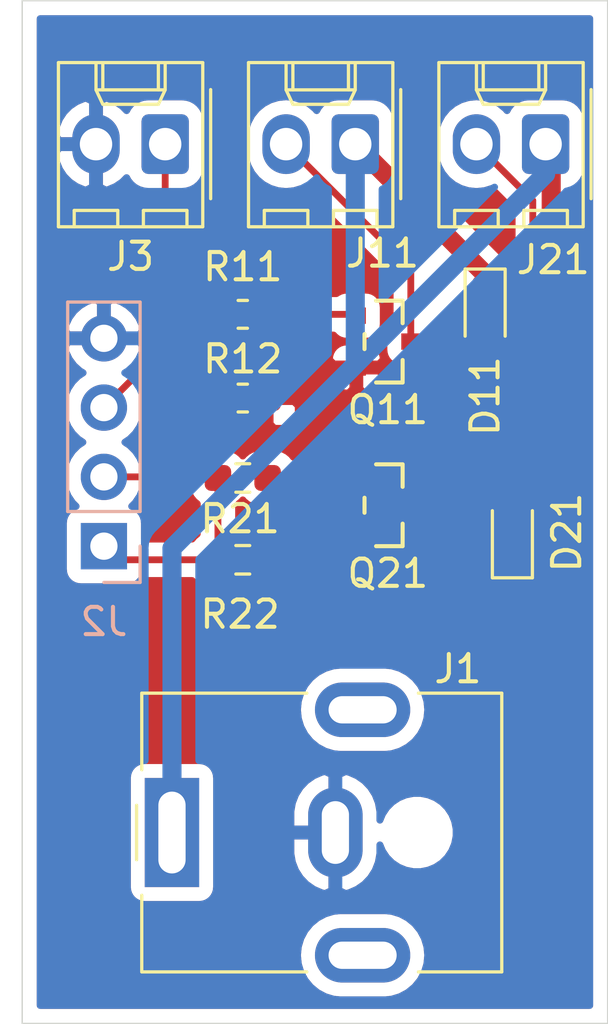
<source format=kicad_pcb>
(kicad_pcb (version 20171130) (host pcbnew "(5.1.10)-1")

  (general
    (thickness 1.6)
    (drawings 4)
    (tracks 33)
    (zones 0)
    (modules 13)
    (nets 10)
  )

  (page A4)
  (layers
    (0 F.Cu signal)
    (31 B.Cu signal)
    (32 B.Adhes user)
    (33 F.Adhes user)
    (34 B.Paste user)
    (35 F.Paste user)
    (36 B.SilkS user)
    (37 F.SilkS user)
    (38 B.Mask user)
    (39 F.Mask user)
    (40 Dwgs.User user)
    (41 Cmts.User user)
    (42 Eco1.User user)
    (43 Eco2.User user)
    (44 Edge.Cuts user)
    (45 Margin user)
    (46 B.CrtYd user)
    (47 F.CrtYd user)
    (48 B.Fab user)
    (49 F.Fab user)
  )

  (setup
    (last_trace_width 0.25)
    (trace_clearance 0.2)
    (zone_clearance 0.508)
    (zone_45_only no)
    (trace_min 0.2)
    (via_size 0.8)
    (via_drill 0.4)
    (via_min_size 0.4)
    (via_min_drill 0.3)
    (uvia_size 0.3)
    (uvia_drill 0.1)
    (uvias_allowed no)
    (uvia_min_size 0.2)
    (uvia_min_drill 0.1)
    (edge_width 0.05)
    (segment_width 0.2)
    (pcb_text_width 0.3)
    (pcb_text_size 1.5 1.5)
    (mod_edge_width 0.12)
    (mod_text_size 1 1)
    (mod_text_width 0.15)
    (pad_size 1.524 1.524)
    (pad_drill 0.762)
    (pad_to_mask_clearance 0.05)
    (aux_axis_origin 0 0)
    (visible_elements 7FFFFFFF)
    (pcbplotparams
      (layerselection 0x010fc_ffffffff)
      (usegerberextensions false)
      (usegerberattributes true)
      (usegerberadvancedattributes true)
      (creategerberjobfile true)
      (excludeedgelayer true)
      (linewidth 0.100000)
      (plotframeref false)
      (viasonmask false)
      (mode 1)
      (useauxorigin false)
      (hpglpennumber 1)
      (hpglpenspeed 20)
      (hpglpendiameter 15.000000)
      (psnegative false)
      (psa4output false)
      (plotreference true)
      (plotvalue true)
      (plotinvisibletext false)
      (padsonsilk false)
      (subtractmaskfromsilk false)
      (outputformat 1)
      (mirror false)
      (drillshape 1)
      (scaleselection 1)
      (outputdirectory ""))
  )

  (net 0 "")
  (net 1 +12V)
  (net 2 GND)
  (net 3 BTN)
  (net 4 "Net-(D11-Pad2)")
  (net 5 "Net-(D21-Pad2)")
  (net 6 LED_STRIP)
  (net 7 LED_BTN)
  (net 8 "Net-(Q11-Pad1)")
  (net 9 "Net-(Q21-Pad1)")

  (net_class Default "This is the default net class."
    (clearance 0.2)
    (trace_width 0.25)
    (via_dia 0.8)
    (via_drill 0.4)
    (uvia_dia 0.3)
    (uvia_drill 0.1)
    (add_net BTN)
    (add_net GND)
    (add_net LED_BTN)
    (add_net LED_STRIP)
    (add_net "Net-(D11-Pad2)")
    (add_net "Net-(D21-Pad2)")
    (add_net "Net-(Q11-Pad1)")
    (add_net "Net-(Q21-Pad1)")
  )

  (net_class +12V ""
    (clearance 0.2)
    (trace_width 0.7)
    (via_dia 0.8)
    (via_drill 0.4)
    (uvia_dia 0.3)
    (uvia_drill 0.1)
    (add_net +12V)
  )

  (module Resistor_SMD:R_0603_1608Metric_Pad0.98x0.95mm_HandSolder (layer F.Cu) (tedit 5F68FEEE) (tstamp 6273E61A)
    (at 161.6 127)
    (descr "Resistor SMD 0603 (1608 Metric), square (rectangular) end terminal, IPC_7351 nominal with elongated pad for handsoldering. (Body size source: IPC-SM-782 page 72, https://www.pcb-3d.com/wordpress/wp-content/uploads/ipc-sm-782a_amendment_1_and_2.pdf), generated with kicad-footprint-generator")
    (tags "resistor handsolder")
    (path /62747908)
    (attr smd)
    (fp_text reference R22 (at -0.1 2 180) (layer F.SilkS)
      (effects (font (size 1 1) (thickness 0.15)))
    )
    (fp_text value 10k (at 0 1.43) (layer F.Fab)
      (effects (font (size 1 1) (thickness 0.15)))
    )
    (fp_text user %R (at 0 0) (layer F.Fab)
      (effects (font (size 0.4 0.4) (thickness 0.06)))
    )
    (fp_line (start -0.8 0.4125) (end -0.8 -0.4125) (layer F.Fab) (width 0.1))
    (fp_line (start -0.8 -0.4125) (end 0.8 -0.4125) (layer F.Fab) (width 0.1))
    (fp_line (start 0.8 -0.4125) (end 0.8 0.4125) (layer F.Fab) (width 0.1))
    (fp_line (start 0.8 0.4125) (end -0.8 0.4125) (layer F.Fab) (width 0.1))
    (fp_line (start -0.254724 -0.5225) (end 0.254724 -0.5225) (layer F.SilkS) (width 0.12))
    (fp_line (start -0.254724 0.5225) (end 0.254724 0.5225) (layer F.SilkS) (width 0.12))
    (fp_line (start -1.65 0.73) (end -1.65 -0.73) (layer F.CrtYd) (width 0.05))
    (fp_line (start -1.65 -0.73) (end 1.65 -0.73) (layer F.CrtYd) (width 0.05))
    (fp_line (start 1.65 -0.73) (end 1.65 0.73) (layer F.CrtYd) (width 0.05))
    (fp_line (start 1.65 0.73) (end -1.65 0.73) (layer F.CrtYd) (width 0.05))
    (pad 2 smd roundrect (at 0.9125 0) (size 0.975 0.95) (layers F.Cu F.Paste F.Mask) (roundrect_rratio 0.25)
      (net 2 GND))
    (pad 1 smd roundrect (at -0.9125 0) (size 0.975 0.95) (layers F.Cu F.Paste F.Mask) (roundrect_rratio 0.25)
      (net 7 LED_BTN))
    (model ${KISYS3DMOD}/Resistor_SMD.3dshapes/R_0603_1608Metric.wrl
      (at (xyz 0 0 0))
      (scale (xyz 1 1 1))
      (rotate (xyz 0 0 0))
    )
  )

  (module Resistor_SMD:R_0603_1608Metric_Pad0.98x0.95mm_HandSolder (layer F.Cu) (tedit 5F68FEEE) (tstamp 6273E66D)
    (at 161.6 124 180)
    (descr "Resistor SMD 0603 (1608 Metric), square (rectangular) end terminal, IPC_7351 nominal with elongated pad for handsoldering. (Body size source: IPC-SM-782 page 72, https://www.pcb-3d.com/wordpress/wp-content/uploads/ipc-sm-782a_amendment_1_and_2.pdf), generated with kicad-footprint-generator")
    (tags "resistor handsolder")
    (path /62747902)
    (attr smd)
    (fp_text reference R21 (at 0.1 -1.5 180) (layer F.SilkS)
      (effects (font (size 1 1) (thickness 0.15)))
    )
    (fp_text value 1k (at 0 1.43) (layer F.Fab)
      (effects (font (size 1 1) (thickness 0.15)))
    )
    (fp_text user %R (at 0 0) (layer F.Fab)
      (effects (font (size 0.4 0.4) (thickness 0.06)))
    )
    (fp_line (start -0.8 0.4125) (end -0.8 -0.4125) (layer F.Fab) (width 0.1))
    (fp_line (start -0.8 -0.4125) (end 0.8 -0.4125) (layer F.Fab) (width 0.1))
    (fp_line (start 0.8 -0.4125) (end 0.8 0.4125) (layer F.Fab) (width 0.1))
    (fp_line (start 0.8 0.4125) (end -0.8 0.4125) (layer F.Fab) (width 0.1))
    (fp_line (start -0.254724 -0.5225) (end 0.254724 -0.5225) (layer F.SilkS) (width 0.12))
    (fp_line (start -0.254724 0.5225) (end 0.254724 0.5225) (layer F.SilkS) (width 0.12))
    (fp_line (start -1.65 0.73) (end -1.65 -0.73) (layer F.CrtYd) (width 0.05))
    (fp_line (start -1.65 -0.73) (end 1.65 -0.73) (layer F.CrtYd) (width 0.05))
    (fp_line (start 1.65 -0.73) (end 1.65 0.73) (layer F.CrtYd) (width 0.05))
    (fp_line (start 1.65 0.73) (end -1.65 0.73) (layer F.CrtYd) (width 0.05))
    (pad 2 smd roundrect (at 0.9125 0 180) (size 0.975 0.95) (layers F.Cu F.Paste F.Mask) (roundrect_rratio 0.25)
      (net 7 LED_BTN))
    (pad 1 smd roundrect (at -0.9125 0 180) (size 0.975 0.95) (layers F.Cu F.Paste F.Mask) (roundrect_rratio 0.25)
      (net 9 "Net-(Q21-Pad1)"))
    (model ${KISYS3DMOD}/Resistor_SMD.3dshapes/R_0603_1608Metric.wrl
      (at (xyz 0 0 0))
      (scale (xyz 1 1 1))
      (rotate (xyz 0 0 0))
    )
  )

  (module PMV40UN2R:Nexperia-SOT23-01_2018-0-0 (layer F.Cu) (tedit 5EF2245C) (tstamp 6273CC2A)
    (at 166.77 125 270)
    (path /6274794C)
    (fp_text reference Q21 (at 2.5 -1.73 180) (layer F.SilkS)
      (effects (font (size 1 1) (thickness 0.15)) (justify right))
    )
    (fp_text value PMV40UN2R (at 0 0 90) (layer F.SilkS) hide
      (effects (font (size 1.27 1.27) (thickness 0.15)))
    )
    (fp_line (start -1.5 0.7) (end -1.5 -0.7) (layer F.Fab) (width 0.15))
    (fp_line (start -1.5 -0.7) (end 1.5 -0.7) (layer F.Fab) (width 0.15))
    (fp_line (start 1.5 -0.7) (end 1.5 0.7) (layer F.Fab) (width 0.15))
    (fp_line (start 1.5 0.7) (end -1.5 0.7) (layer F.Fab) (width 0.15))
    (fp_line (start 1.575 -1.425) (end 1.575 -1.425) (layer F.CrtYd) (width 0.15))
    (fp_line (start 1.575 -1.425) (end -1.575 -1.425) (layer F.CrtYd) (width 0.15))
    (fp_line (start -1.575 -1.425) (end -1.575 1.425) (layer F.CrtYd) (width 0.15))
    (fp_line (start -1.575 1.425) (end 1.575 1.425) (layer F.CrtYd) (width 0.15))
    (fp_line (start 1.575 1.425) (end 1.575 -1.425) (layer F.CrtYd) (width 0.15))
    (fp_line (start -1.5 -0.7) (end -0.675 -0.7) (layer F.SilkS) (width 0.15))
    (fp_line (start 0.675 -0.7) (end 1.5 -0.7) (layer F.SilkS) (width 0.15))
    (fp_line (start 1.5 0.275) (end 1.5 -0.7) (layer F.SilkS) (width 0.15))
    (fp_line (start -0.275 0.7) (end 0.275 0.7) (layer F.SilkS) (width 0.15))
    (fp_line (start -1.5 0.275) (end -1.5 -0.7) (layer F.SilkS) (width 0.15))
    (pad ~ smd rect (at 0.95 1 270) (size 0.5 0.6) (layers F.Paste))
    (pad ~ smd rect (at -0.95 1 270) (size 0.5 0.6) (layers F.Paste))
    (pad ~ smd rect (at 0 -1 270) (size 0.5 0.6) (layers F.Paste))
    (pad 3 smd rect (at 0 -1 270) (size 0.6 0.7) (layers F.Cu F.Mask)
      (net 5 "Net-(D21-Pad2)"))
    (pad 2 smd rect (at 0.95 1 270) (size 0.6 0.7) (layers F.Cu F.Mask)
      (net 2 GND))
    (pad 1 smd rect (at -0.95 1 270) (size 0.6 0.7) (layers F.Cu F.Mask)
      (net 9 "Net-(Q21-Pad1)"))
    (model eec.models/Nexperia_-_PMV40UN2R.step
      (at (xyz 0 0 0))
      (scale (xyz 1 1 1))
      (rotate (xyz 0 0 0))
    )
  )

  (module Connector_Molex:Molex_KK-254_AE-6410-02A_1x02_P2.54mm_Vertical (layer F.Cu) (tedit 5EA53D3B) (tstamp 6273DAEE)
    (at 172.72 111.76 180)
    (descr "Molex KK-254 Interconnect System, old/engineering part number: AE-6410-02A example for new part number: 22-27-2021, 2 Pins (http://www.molex.com/pdm_docs/sd/022272021_sd.pdf), generated with kicad-footprint-generator")
    (tags "connector Molex KK-254 vertical")
    (path /62747958)
    (fp_text reference J21 (at -0.28 -4.24) (layer F.SilkS)
      (effects (font (size 1 1) (thickness 0.15)))
    )
    (fp_text value LED_BTN (at 1.27 4.08) (layer F.Fab)
      (effects (font (size 1 1) (thickness 0.15)))
    )
    (fp_line (start 4.31 -3.42) (end -1.77 -3.42) (layer F.CrtYd) (width 0.05))
    (fp_line (start 4.31 3.38) (end 4.31 -3.42) (layer F.CrtYd) (width 0.05))
    (fp_line (start -1.77 3.38) (end 4.31 3.38) (layer F.CrtYd) (width 0.05))
    (fp_line (start -1.77 -3.42) (end -1.77 3.38) (layer F.CrtYd) (width 0.05))
    (fp_line (start 3.34 -2.43) (end 3.34 -3.03) (layer F.SilkS) (width 0.12))
    (fp_line (start 1.74 -2.43) (end 3.34 -2.43) (layer F.SilkS) (width 0.12))
    (fp_line (start 1.74 -3.03) (end 1.74 -2.43) (layer F.SilkS) (width 0.12))
    (fp_line (start 0.8 -2.43) (end 0.8 -3.03) (layer F.SilkS) (width 0.12))
    (fp_line (start -0.8 -2.43) (end 0.8 -2.43) (layer F.SilkS) (width 0.12))
    (fp_line (start -0.8 -3.03) (end -0.8 -2.43) (layer F.SilkS) (width 0.12))
    (fp_line (start 2.29 2.99) (end 2.29 1.99) (layer F.SilkS) (width 0.12))
    (fp_line (start 0.25 2.99) (end 0.25 1.99) (layer F.SilkS) (width 0.12))
    (fp_line (start 2.29 1.46) (end 2.54 1.99) (layer F.SilkS) (width 0.12))
    (fp_line (start 0.25 1.46) (end 2.29 1.46) (layer F.SilkS) (width 0.12))
    (fp_line (start 0 1.99) (end 0.25 1.46) (layer F.SilkS) (width 0.12))
    (fp_line (start 2.54 1.99) (end 2.54 2.99) (layer F.SilkS) (width 0.12))
    (fp_line (start 0 1.99) (end 2.54 1.99) (layer F.SilkS) (width 0.12))
    (fp_line (start 0 2.99) (end 0 1.99) (layer F.SilkS) (width 0.12))
    (fp_line (start -0.562893 0) (end -1.27 0.5) (layer F.Fab) (width 0.1))
    (fp_line (start -1.27 -0.5) (end -0.562893 0) (layer F.Fab) (width 0.1))
    (fp_line (start -1.67 -2) (end -1.67 2) (layer F.SilkS) (width 0.12))
    (fp_line (start 3.92 -3.03) (end -1.38 -3.03) (layer F.SilkS) (width 0.12))
    (fp_line (start 3.92 2.99) (end 3.92 -3.03) (layer F.SilkS) (width 0.12))
    (fp_line (start -1.38 2.99) (end 3.92 2.99) (layer F.SilkS) (width 0.12))
    (fp_line (start -1.38 -3.03) (end -1.38 2.99) (layer F.SilkS) (width 0.12))
    (fp_line (start 3.81 -2.92) (end -1.27 -2.92) (layer F.Fab) (width 0.1))
    (fp_line (start 3.81 2.88) (end 3.81 -2.92) (layer F.Fab) (width 0.1))
    (fp_line (start -1.27 2.88) (end 3.81 2.88) (layer F.Fab) (width 0.1))
    (fp_line (start -1.27 -2.92) (end -1.27 2.88) (layer F.Fab) (width 0.1))
    (fp_text user %R (at 0.72 -2.22) (layer F.Fab)
      (effects (font (size 1 1) (thickness 0.15)))
    )
    (pad 1 thru_hole roundrect (at 0 0 180) (size 1.74 2.19) (drill 1.19) (layers *.Cu *.Mask) (roundrect_rratio 0.143678)
      (net 1 +12V))
    (pad 2 thru_hole oval (at 2.54 0 180) (size 1.74 2.19) (drill 1.19) (layers *.Cu *.Mask)
      (net 5 "Net-(D21-Pad2)"))
    (model ${KISYS3DMOD}/Connector_Molex.3dshapes/Molex_KK-254_AE-6410-02A_1x02_P2.54mm_Vertical.wrl
      (at (xyz 0 0 0))
      (scale (xyz 1 1 1))
      (rotate (xyz 0 0 0))
    )
  )

  (module Connector_PinSocket_2.54mm:PinSocket_1x04_P2.54mm_Vertical (layer B.Cu) (tedit 5A19A429) (tstamp 6273CE85)
    (at 156.5 126.5)
    (descr "Through hole straight socket strip, 1x04, 2.54mm pitch, single row (from Kicad 4.0.7), script generated")
    (tags "Through hole socket strip THT 1x04 2.54mm single row")
    (path /62737001)
    (fp_text reference J2 (at 0 2.77) (layer B.SilkS)
      (effects (font (size 1 1) (thickness 0.15)) (justify mirror))
    )
    (fp_text value "RPI CONN" (at 0 -10.39) (layer B.Fab)
      (effects (font (size 1 1) (thickness 0.15)) (justify mirror))
    )
    (fp_text user %R (at 0 -3.81 -90) (layer B.Fab)
      (effects (font (size 1 1) (thickness 0.15)) (justify mirror))
    )
    (fp_line (start -1.27 1.27) (end 0.635 1.27) (layer B.Fab) (width 0.1))
    (fp_line (start 0.635 1.27) (end 1.27 0.635) (layer B.Fab) (width 0.1))
    (fp_line (start 1.27 0.635) (end 1.27 -8.89) (layer B.Fab) (width 0.1))
    (fp_line (start 1.27 -8.89) (end -1.27 -8.89) (layer B.Fab) (width 0.1))
    (fp_line (start -1.27 -8.89) (end -1.27 1.27) (layer B.Fab) (width 0.1))
    (fp_line (start -1.33 -1.27) (end 1.33 -1.27) (layer B.SilkS) (width 0.12))
    (fp_line (start -1.33 -1.27) (end -1.33 -8.95) (layer B.SilkS) (width 0.12))
    (fp_line (start -1.33 -8.95) (end 1.33 -8.95) (layer B.SilkS) (width 0.12))
    (fp_line (start 1.33 -1.27) (end 1.33 -8.95) (layer B.SilkS) (width 0.12))
    (fp_line (start 1.33 1.33) (end 1.33 0) (layer B.SilkS) (width 0.12))
    (fp_line (start 0 1.33) (end 1.33 1.33) (layer B.SilkS) (width 0.12))
    (fp_line (start -1.8 1.8) (end 1.75 1.8) (layer B.CrtYd) (width 0.05))
    (fp_line (start 1.75 1.8) (end 1.75 -9.4) (layer B.CrtYd) (width 0.05))
    (fp_line (start 1.75 -9.4) (end -1.8 -9.4) (layer B.CrtYd) (width 0.05))
    (fp_line (start -1.8 -9.4) (end -1.8 1.8) (layer B.CrtYd) (width 0.05))
    (pad 4 thru_hole oval (at 0 -7.62) (size 1.7 1.7) (drill 1) (layers *.Cu *.Mask)
      (net 2 GND))
    (pad 3 thru_hole oval (at 0 -5.08) (size 1.7 1.7) (drill 1) (layers *.Cu *.Mask)
      (net 3 BTN))
    (pad 2 thru_hole oval (at 0 -2.54) (size 1.7 1.7) (drill 1) (layers *.Cu *.Mask)
      (net 6 LED_STRIP))
    (pad 1 thru_hole rect (at 0 0) (size 1.7 1.7) (drill 1) (layers *.Cu *.Mask)
      (net 7 LED_BTN))
    (model ${KISYS3DMOD}/Connector_PinSocket_2.54mm.3dshapes/PinSocket_1x04_P2.54mm_Vertical.wrl
      (at (xyz 0 0 0))
      (scale (xyz 1 1 1))
      (rotate (xyz 0 0 0))
    )
  )

  (module Diode_SMD:D_0603_1608Metric_Pad1.05x0.95mm_HandSolder (layer F.Cu) (tedit 5F68FEF0) (tstamp 6273CB1E)
    (at 171.5 126 90)
    (descr "Diode SMD 0603 (1608 Metric), square (rectangular) end terminal, IPC_7351 nominal, (Body size source: http://www.tortai-tech.com/upload/download/2011102023233369053.pdf), generated with kicad-footprint-generator")
    (tags "diode handsolder")
    (path /62747927)
    (attr smd)
    (fp_text reference D21 (at 0 2 90) (layer F.SilkS)
      (effects (font (size 1 1) (thickness 0.15)))
    )
    (fp_text value SL04-E3-08 (at 0 1.43 90) (layer F.Fab)
      (effects (font (size 1 1) (thickness 0.15)))
    )
    (fp_line (start 1.65 0.73) (end -1.65 0.73) (layer F.CrtYd) (width 0.05))
    (fp_line (start 1.65 -0.73) (end 1.65 0.73) (layer F.CrtYd) (width 0.05))
    (fp_line (start -1.65 -0.73) (end 1.65 -0.73) (layer F.CrtYd) (width 0.05))
    (fp_line (start -1.65 0.73) (end -1.65 -0.73) (layer F.CrtYd) (width 0.05))
    (fp_line (start -1.66 0.735) (end 0.8 0.735) (layer F.SilkS) (width 0.12))
    (fp_line (start -1.66 -0.735) (end -1.66 0.735) (layer F.SilkS) (width 0.12))
    (fp_line (start 0.8 -0.735) (end -1.66 -0.735) (layer F.SilkS) (width 0.12))
    (fp_line (start 0.8 0.4) (end 0.8 -0.4) (layer F.Fab) (width 0.1))
    (fp_line (start -0.8 0.4) (end 0.8 0.4) (layer F.Fab) (width 0.1))
    (fp_line (start -0.8 -0.1) (end -0.8 0.4) (layer F.Fab) (width 0.1))
    (fp_line (start -0.5 -0.4) (end -0.8 -0.1) (layer F.Fab) (width 0.1))
    (fp_line (start 0.8 -0.4) (end -0.5 -0.4) (layer F.Fab) (width 0.1))
    (fp_text user %R (at 0 0 90) (layer F.Fab)
      (effects (font (size 0.4 0.4) (thickness 0.06)))
    )
    (pad 1 smd roundrect (at -0.875 0 90) (size 1.05 0.95) (layers F.Cu F.Paste F.Mask) (roundrect_rratio 0.25)
      (net 1 +12V))
    (pad 2 smd roundrect (at 0.875 0 90) (size 1.05 0.95) (layers F.Cu F.Paste F.Mask) (roundrect_rratio 0.25)
      (net 5 "Net-(D21-Pad2)"))
    (model ${KISYS3DMOD}/Diode_SMD.3dshapes/D_0603_1608Metric.wrl
      (at (xyz 0 0 0))
      (scale (xyz 1 1 1))
      (rotate (xyz 0 0 0))
    )
  )

  (module Resistor_SMD:R_0603_1608Metric_Pad1.05x0.95mm_HandSolder (layer F.Cu) (tedit 5B301BBD) (tstamp 626F310E)
    (at 161.6 121.07)
    (descr "Resistor SMD 0603 (1608 Metric), square (rectangular) end terminal, IPC_7351 nominal with elongated pad for handsoldering. (Body size source: http://www.tortai-tech.com/upload/download/2011102023233369053.pdf), generated with kicad-footprint-generator")
    (tags "resistor handsolder")
    (path /626F34AB)
    (attr smd)
    (fp_text reference R12 (at 0 -1.43) (layer F.SilkS)
      (effects (font (size 1 1) (thickness 0.15)))
    )
    (fp_text value 10k (at 0 1.43) (layer F.Fab)
      (effects (font (size 1 1) (thickness 0.15)))
    )
    (fp_line (start 1.65 0.73) (end -1.65 0.73) (layer F.CrtYd) (width 0.05))
    (fp_line (start 1.65 -0.73) (end 1.65 0.73) (layer F.CrtYd) (width 0.05))
    (fp_line (start -1.65 -0.73) (end 1.65 -0.73) (layer F.CrtYd) (width 0.05))
    (fp_line (start -1.65 0.73) (end -1.65 -0.73) (layer F.CrtYd) (width 0.05))
    (fp_line (start -0.171267 0.51) (end 0.171267 0.51) (layer F.SilkS) (width 0.12))
    (fp_line (start -0.171267 -0.51) (end 0.171267 -0.51) (layer F.SilkS) (width 0.12))
    (fp_line (start 0.8 0.4) (end -0.8 0.4) (layer F.Fab) (width 0.1))
    (fp_line (start 0.8 -0.4) (end 0.8 0.4) (layer F.Fab) (width 0.1))
    (fp_line (start -0.8 -0.4) (end 0.8 -0.4) (layer F.Fab) (width 0.1))
    (fp_line (start -0.8 0.4) (end -0.8 -0.4) (layer F.Fab) (width 0.1))
    (fp_text user %R (at 0 0) (layer F.Fab)
      (effects (font (size 0.4 0.4) (thickness 0.06)))
    )
    (pad 2 smd roundrect (at 0.875 0) (size 1.05 0.95) (layers F.Cu F.Paste F.Mask) (roundrect_rratio 0.25)
      (net 2 GND))
    (pad 1 smd roundrect (at -0.875 0) (size 1.05 0.95) (layers F.Cu F.Paste F.Mask) (roundrect_rratio 0.25)
      (net 6 LED_STRIP))
    (model ${KISYS3DMOD}/Resistor_SMD.3dshapes/R_0603_1608Metric.wrl
      (at (xyz 0 0 0))
      (scale (xyz 1 1 1))
      (rotate (xyz 0 0 0))
    )
  )

  (module Resistor_SMD:R_0603_1608Metric_Pad1.05x0.95mm_HandSolder (layer F.Cu) (tedit 5B301BBD) (tstamp 626F3040)
    (at 161.6 118 180)
    (descr "Resistor SMD 0603 (1608 Metric), square (rectangular) end terminal, IPC_7351 nominal with elongated pad for handsoldering. (Body size source: http://www.tortai-tech.com/upload/download/2011102023233369053.pdf), generated with kicad-footprint-generator")
    (tags "resistor handsolder")
    (path /626F2B14)
    (attr smd)
    (fp_text reference R11 (at 0 1.74) (layer F.SilkS)
      (effects (font (size 1 1) (thickness 0.15)))
    )
    (fp_text value 1k (at 0 1.43) (layer F.Fab)
      (effects (font (size 1 1) (thickness 0.15)))
    )
    (fp_line (start 1.65 0.73) (end -1.65 0.73) (layer F.CrtYd) (width 0.05))
    (fp_line (start 1.65 -0.73) (end 1.65 0.73) (layer F.CrtYd) (width 0.05))
    (fp_line (start -1.65 -0.73) (end 1.65 -0.73) (layer F.CrtYd) (width 0.05))
    (fp_line (start -1.65 0.73) (end -1.65 -0.73) (layer F.CrtYd) (width 0.05))
    (fp_line (start -0.171267 0.51) (end 0.171267 0.51) (layer F.SilkS) (width 0.12))
    (fp_line (start -0.171267 -0.51) (end 0.171267 -0.51) (layer F.SilkS) (width 0.12))
    (fp_line (start 0.8 0.4) (end -0.8 0.4) (layer F.Fab) (width 0.1))
    (fp_line (start 0.8 -0.4) (end 0.8 0.4) (layer F.Fab) (width 0.1))
    (fp_line (start -0.8 -0.4) (end 0.8 -0.4) (layer F.Fab) (width 0.1))
    (fp_line (start -0.8 0.4) (end -0.8 -0.4) (layer F.Fab) (width 0.1))
    (fp_text user %R (at 0 0) (layer F.Fab)
      (effects (font (size 0.4 0.4) (thickness 0.06)))
    )
    (pad 2 smd roundrect (at 0.875 0 180) (size 1.05 0.95) (layers F.Cu F.Paste F.Mask) (roundrect_rratio 0.25)
      (net 6 LED_STRIP))
    (pad 1 smd roundrect (at -0.875 0 180) (size 1.05 0.95) (layers F.Cu F.Paste F.Mask) (roundrect_rratio 0.25)
      (net 8 "Net-(Q11-Pad1)"))
    (model ${KISYS3DMOD}/Resistor_SMD.3dshapes/R_0603_1608Metric.wrl
      (at (xyz 0 0 0))
      (scale (xyz 1 1 1))
      (rotate (xyz 0 0 0))
    )
  )

  (module PMV40UN2R:Nexperia-SOT23-01_2018-0-0 (layer F.Cu) (tedit 5EF2245C) (tstamp 626F2DA2)
    (at 166.77 119 270)
    (path /626FEB6E)
    (fp_text reference Q11 (at 2.5 -1.73 180) (layer F.SilkS)
      (effects (font (size 1 1) (thickness 0.15)) (justify right))
    )
    (fp_text value PMV40UN2R (at -1.5 -3.5 90) (layer F.SilkS) hide
      (effects (font (size 1.27 1.27) (thickness 0.15)))
    )
    (fp_line (start -1.5 0.275) (end -1.5 -0.7) (layer F.SilkS) (width 0.15))
    (fp_line (start -0.275 0.7) (end 0.275 0.7) (layer F.SilkS) (width 0.15))
    (fp_line (start 1.5 0.275) (end 1.5 -0.7) (layer F.SilkS) (width 0.15))
    (fp_line (start 0.675 -0.7) (end 1.5 -0.7) (layer F.SilkS) (width 0.15))
    (fp_line (start -1.5 -0.7) (end -0.675 -0.7) (layer F.SilkS) (width 0.15))
    (fp_line (start 1.575 1.425) (end 1.575 -1.425) (layer F.CrtYd) (width 0.15))
    (fp_line (start -1.575 1.425) (end 1.575 1.425) (layer F.CrtYd) (width 0.15))
    (fp_line (start -1.575 -1.425) (end -1.575 1.425) (layer F.CrtYd) (width 0.15))
    (fp_line (start 1.575 -1.425) (end -1.575 -1.425) (layer F.CrtYd) (width 0.15))
    (fp_line (start 1.575 -1.425) (end 1.575 -1.425) (layer F.CrtYd) (width 0.15))
    (fp_line (start 1.5 0.7) (end -1.5 0.7) (layer F.Fab) (width 0.15))
    (fp_line (start 1.5 -0.7) (end 1.5 0.7) (layer F.Fab) (width 0.15))
    (fp_line (start -1.5 -0.7) (end 1.5 -0.7) (layer F.Fab) (width 0.15))
    (fp_line (start -1.5 0.7) (end -1.5 -0.7) (layer F.Fab) (width 0.15))
    (pad ~ smd rect (at 0.95 1 270) (size 0.5 0.6) (layers F.Paste))
    (pad ~ smd rect (at -0.95 1 270) (size 0.5 0.6) (layers F.Paste))
    (pad ~ smd rect (at 0 -1 270) (size 0.5 0.6) (layers F.Paste))
    (pad 3 smd rect (at 0 -1 270) (size 0.6 0.7) (layers F.Cu F.Mask)
      (net 4 "Net-(D11-Pad2)"))
    (pad 2 smd rect (at 0.95 1 270) (size 0.6 0.7) (layers F.Cu F.Mask)
      (net 2 GND))
    (pad 1 smd rect (at -0.95 1 270) (size 0.6 0.7) (layers F.Cu F.Mask)
      (net 8 "Net-(Q11-Pad1)"))
    (model eec.models/Nexperia_-_PMV40UN2R.step
      (at (xyz 0 0 0))
      (scale (xyz 1 1 1))
      (rotate (xyz 0 0 0))
    )
  )

  (module Connector_Molex:Molex_KK-254_AE-6410-02A_1x02_P2.54mm_Vertical (layer F.Cu) (tedit 5EA53D3B) (tstamp 626F2E3C)
    (at 165.73 111.76 180)
    (descr "Molex KK-254 Interconnect System, old/engineering part number: AE-6410-02A example for new part number: 22-27-2021, 2 Pins (http://www.molex.com/pdm_docs/sd/022272021_sd.pdf), generated with kicad-footprint-generator")
    (tags "connector Molex KK-254 vertical")
    (path /626FCFC4)
    (fp_text reference J11 (at -1 -4) (layer F.SilkS)
      (effects (font (size 1 1) (thickness 0.15)))
    )
    (fp_text value LED_STRIP (at 1.27 4.08) (layer F.Fab)
      (effects (font (size 1 1) (thickness 0.15)))
    )
    (fp_line (start 4.31 -3.42) (end -1.77 -3.42) (layer F.CrtYd) (width 0.05))
    (fp_line (start 4.31 3.38) (end 4.31 -3.42) (layer F.CrtYd) (width 0.05))
    (fp_line (start -1.77 3.38) (end 4.31 3.38) (layer F.CrtYd) (width 0.05))
    (fp_line (start -1.77 -3.42) (end -1.77 3.38) (layer F.CrtYd) (width 0.05))
    (fp_line (start 3.34 -2.43) (end 3.34 -3.03) (layer F.SilkS) (width 0.12))
    (fp_line (start 1.74 -2.43) (end 3.34 -2.43) (layer F.SilkS) (width 0.12))
    (fp_line (start 1.74 -3.03) (end 1.74 -2.43) (layer F.SilkS) (width 0.12))
    (fp_line (start 0.8 -2.43) (end 0.8 -3.03) (layer F.SilkS) (width 0.12))
    (fp_line (start -0.8 -2.43) (end 0.8 -2.43) (layer F.SilkS) (width 0.12))
    (fp_line (start -0.8 -3.03) (end -0.8 -2.43) (layer F.SilkS) (width 0.12))
    (fp_line (start 2.29 2.99) (end 2.29 1.99) (layer F.SilkS) (width 0.12))
    (fp_line (start 0.25 2.99) (end 0.25 1.99) (layer F.SilkS) (width 0.12))
    (fp_line (start 2.29 1.46) (end 2.54 1.99) (layer F.SilkS) (width 0.12))
    (fp_line (start 0.25 1.46) (end 2.29 1.46) (layer F.SilkS) (width 0.12))
    (fp_line (start 0 1.99) (end 0.25 1.46) (layer F.SilkS) (width 0.12))
    (fp_line (start 2.54 1.99) (end 2.54 2.99) (layer F.SilkS) (width 0.12))
    (fp_line (start 0 1.99) (end 2.54 1.99) (layer F.SilkS) (width 0.12))
    (fp_line (start 0 2.99) (end 0 1.99) (layer F.SilkS) (width 0.12))
    (fp_line (start -0.562893 0) (end -1.27 0.5) (layer F.Fab) (width 0.1))
    (fp_line (start -1.27 -0.5) (end -0.562893 0) (layer F.Fab) (width 0.1))
    (fp_line (start -1.67 -2) (end -1.67 2) (layer F.SilkS) (width 0.12))
    (fp_line (start 3.92 -3.03) (end -1.38 -3.03) (layer F.SilkS) (width 0.12))
    (fp_line (start 3.92 2.99) (end 3.92 -3.03) (layer F.SilkS) (width 0.12))
    (fp_line (start -1.38 2.99) (end 3.92 2.99) (layer F.SilkS) (width 0.12))
    (fp_line (start -1.38 -3.03) (end -1.38 2.99) (layer F.SilkS) (width 0.12))
    (fp_line (start 3.81 -2.92) (end -1.27 -2.92) (layer F.Fab) (width 0.1))
    (fp_line (start 3.81 2.88) (end 3.81 -2.92) (layer F.Fab) (width 0.1))
    (fp_line (start -1.27 2.88) (end 3.81 2.88) (layer F.Fab) (width 0.1))
    (fp_line (start -1.27 -2.92) (end -1.27 2.88) (layer F.Fab) (width 0.1))
    (fp_text user %R (at 1.27 -2.22) (layer F.Fab)
      (effects (font (size 1 1) (thickness 0.15)))
    )
    (pad 2 thru_hole oval (at 2.54 0 180) (size 1.74 2.19) (drill 1.19) (layers *.Cu *.Mask)
      (net 4 "Net-(D11-Pad2)"))
    (pad 1 thru_hole roundrect (at 0 0 180) (size 1.74 2.19) (drill 1.19) (layers *.Cu *.Mask) (roundrect_rratio 0.143678)
      (net 1 +12V))
    (model ${KISYS3DMOD}/Connector_Molex.3dshapes/Molex_KK-254_AE-6410-02A_1x02_P2.54mm_Vertical.wrl
      (at (xyz 0 0 0))
      (scale (xyz 1 1 1))
      (rotate (xyz 0 0 0))
    )
  )

  (module Connector_Molex:Molex_KK-254_AE-6410-02A_1x02_P2.54mm_Vertical (layer F.Cu) (tedit 5EA53D3B) (tstamp 626F1CCF)
    (at 158.75 111.76 180)
    (descr "Molex KK-254 Interconnect System, old/engineering part number: AE-6410-02A example for new part number: 22-27-2021, 2 Pins (http://www.molex.com/pdm_docs/sd/022272021_sd.pdf), generated with kicad-footprint-generator")
    (tags "connector Molex KK-254 vertical")
    (path /626F99CC)
    (fp_text reference J3 (at 1.27 -4.12) (layer F.SilkS)
      (effects (font (size 1 1) (thickness 0.15)))
    )
    (fp_text value BTN (at 1.27 4.08) (layer F.Fab)
      (effects (font (size 1 1) (thickness 0.15)))
    )
    (fp_line (start 4.31 -3.42) (end -1.77 -3.42) (layer F.CrtYd) (width 0.05))
    (fp_line (start 4.31 3.38) (end 4.31 -3.42) (layer F.CrtYd) (width 0.05))
    (fp_line (start -1.77 3.38) (end 4.31 3.38) (layer F.CrtYd) (width 0.05))
    (fp_line (start -1.77 -3.42) (end -1.77 3.38) (layer F.CrtYd) (width 0.05))
    (fp_line (start 3.34 -2.43) (end 3.34 -3.03) (layer F.SilkS) (width 0.12))
    (fp_line (start 1.74 -2.43) (end 3.34 -2.43) (layer F.SilkS) (width 0.12))
    (fp_line (start 1.74 -3.03) (end 1.74 -2.43) (layer F.SilkS) (width 0.12))
    (fp_line (start 0.8 -2.43) (end 0.8 -3.03) (layer F.SilkS) (width 0.12))
    (fp_line (start -0.8 -2.43) (end 0.8 -2.43) (layer F.SilkS) (width 0.12))
    (fp_line (start -0.8 -3.03) (end -0.8 -2.43) (layer F.SilkS) (width 0.12))
    (fp_line (start 2.29 2.99) (end 2.29 1.99) (layer F.SilkS) (width 0.12))
    (fp_line (start 0.25 2.99) (end 0.25 1.99) (layer F.SilkS) (width 0.12))
    (fp_line (start 2.29 1.46) (end 2.54 1.99) (layer F.SilkS) (width 0.12))
    (fp_line (start 0.25 1.46) (end 2.29 1.46) (layer F.SilkS) (width 0.12))
    (fp_line (start 0 1.99) (end 0.25 1.46) (layer F.SilkS) (width 0.12))
    (fp_line (start 2.54 1.99) (end 2.54 2.99) (layer F.SilkS) (width 0.12))
    (fp_line (start 0 1.99) (end 2.54 1.99) (layer F.SilkS) (width 0.12))
    (fp_line (start 0 2.99) (end 0 1.99) (layer F.SilkS) (width 0.12))
    (fp_line (start -0.562893 0) (end -1.27 0.5) (layer F.Fab) (width 0.1))
    (fp_line (start -1.27 -0.5) (end -0.562893 0) (layer F.Fab) (width 0.1))
    (fp_line (start -1.67 -2) (end -1.67 2) (layer F.SilkS) (width 0.12))
    (fp_line (start 3.92 -3.03) (end -1.38 -3.03) (layer F.SilkS) (width 0.12))
    (fp_line (start 3.92 2.99) (end 3.92 -3.03) (layer F.SilkS) (width 0.12))
    (fp_line (start -1.38 2.99) (end 3.92 2.99) (layer F.SilkS) (width 0.12))
    (fp_line (start -1.38 -3.03) (end -1.38 2.99) (layer F.SilkS) (width 0.12))
    (fp_line (start 3.81 -2.92) (end -1.27 -2.92) (layer F.Fab) (width 0.1))
    (fp_line (start 3.81 2.88) (end 3.81 -2.92) (layer F.Fab) (width 0.1))
    (fp_line (start -1.27 2.88) (end 3.81 2.88) (layer F.Fab) (width 0.1))
    (fp_line (start -1.27 -2.92) (end -1.27 2.88) (layer F.Fab) (width 0.1))
    (fp_text user %R (at 1.27 -2.22) (layer F.Fab)
      (effects (font (size 1 1) (thickness 0.15)))
    )
    (pad 2 thru_hole oval (at 2.54 0 180) (size 1.74 2.19) (drill 1.19) (layers *.Cu *.Mask)
      (net 2 GND))
    (pad 1 thru_hole roundrect (at 0 0 180) (size 1.74 2.19) (drill 1.19) (layers *.Cu *.Mask) (roundrect_rratio 0.143678)
      (net 3 BTN))
    (model ${KISYS3DMOD}/Connector_Molex.3dshapes/Molex_KK-254_AE-6410-02A_1x02_P2.54mm_Vertical.wrl
      (at (xyz 0 0 0))
      (scale (xyz 1 1 1))
      (rotate (xyz 0 0 0))
    )
  )

  (module Connector_BarrelJack:BarrelJack_CUI_PJ-063AH_Horizontal (layer F.Cu) (tedit 5B0886BD) (tstamp 626F2524)
    (at 159 137 90)
    (descr "Barrel Jack, 2.0mm ID, 5.5mm OD, 24V, 8A, no switch, https://www.cui.com/product/resource/pj-063ah.pdf")
    (tags "barrel jack cui dc power")
    (path /626FA927)
    (fp_text reference J1 (at 6 10.5 180) (layer F.SilkS)
      (effects (font (size 1 1) (thickness 0.15)))
    )
    (fp_text value "12V IN" (at 6 12) (layer F.Fab)
      (effects (font (size 1 1) (thickness 0.15)))
    )
    (fp_line (start 6 -1.5) (end -6 -1.5) (layer F.CrtYd) (width 0.05))
    (fp_line (start 6 12.5) (end 6 -1.5) (layer F.CrtYd) (width 0.05))
    (fp_line (start -6 12.5) (end 6 12.5) (layer F.CrtYd) (width 0.05))
    (fp_line (start -6 -1.5) (end -6 12.5) (layer F.CrtYd) (width 0.05))
    (fp_line (start -1 -1.3) (end 1 -1.3) (layer F.SilkS) (width 0.12))
    (fp_line (start -5.11 12.11) (end -5.11 9.05) (layer F.SilkS) (width 0.12))
    (fp_line (start 5.11 12.11) (end -5.11 12.11) (layer F.SilkS) (width 0.12))
    (fp_line (start 5.11 9.05) (end 5.11 12.11) (layer F.SilkS) (width 0.12))
    (fp_line (start 5.11 -1.11) (end 5.11 4.95) (layer F.SilkS) (width 0.12))
    (fp_line (start 2.3 -1.11) (end 5.11 -1.11) (layer F.SilkS) (width 0.12))
    (fp_line (start -5.11 -1.11) (end -2.3 -1.11) (layer F.SilkS) (width 0.12))
    (fp_line (start -5.11 4.95) (end -5.11 -1.11) (layer F.SilkS) (width 0.12))
    (fp_line (start -5 12) (end -5 -1) (layer F.Fab) (width 0.1))
    (fp_line (start 5 12) (end -5 12) (layer F.Fab) (width 0.1))
    (fp_line (start 5 -1) (end 5 12) (layer F.Fab) (width 0.1))
    (fp_line (start 1 -1) (end 5 -1) (layer F.Fab) (width 0.1))
    (fp_line (start 0 0) (end 1 -1) (layer F.Fab) (width 0.1))
    (fp_line (start -1 -1) (end 0 0) (layer F.Fab) (width 0.1))
    (fp_line (start -5 -1) (end -1 -1) (layer F.Fab) (width 0.1))
    (fp_text user %R (at 0 5.5 90) (layer F.Fab)
      (effects (font (size 1 1) (thickness 0.15)))
    )
    (pad "" np_thru_hole circle (at 0 9 90) (size 1.6 1.6) (drill 1.6) (layers *.Cu *.Mask))
    (pad MP thru_hole oval (at 4.5 7 90) (size 2 3.5) (drill oval 1 2.5) (layers *.Cu *.Mask))
    (pad MP thru_hole oval (at -4.5 7 90) (size 2 3.5) (drill oval 1 2.5) (layers *.Cu *.Mask))
    (pad 2 thru_hole oval (at 0 6 90) (size 3.3 2) (drill oval 2.3 1) (layers *.Cu *.Mask)
      (net 2 GND))
    (pad 1 thru_hole rect (at 0 0 90) (size 4 2) (drill oval 3 1) (layers *.Cu *.Mask)
      (net 1 +12V))
    (model ${KISYS3DMOD}/Connector_BarrelJack.3dshapes/BarrelJack_CUI_PJ-063AH_Horizontal.wrl
      (at (xyz 0 0 0))
      (scale (xyz 1 1 1))
      (rotate (xyz 0 0 0))
    )
  )

  (module Diode_SMD:D_0603_1608Metric_Pad1.05x0.95mm_HandSolder (layer F.Cu) (tedit 5B4B45C8) (tstamp 6273DDF2)
    (at 170.5 118 270)
    (descr "Diode SMD 0603 (1608 Metric), square (rectangular) end terminal, IPC_7351 nominal, (Body size source: http://www.tortai-tech.com/upload/download/2011102023233369053.pdf), generated with kicad-footprint-generator")
    (tags "diode handsolder")
    (path /626F6136)
    (attr smd)
    (fp_text reference D11 (at 3 0 90) (layer F.SilkS)
      (effects (font (size 1 1) (thickness 0.15)))
    )
    (fp_text value SL04-E3-08 (at 0 1.43 90) (layer F.Fab)
      (effects (font (size 1 1) (thickness 0.15)))
    )
    (fp_line (start 1.65 0.73) (end -1.65 0.73) (layer F.CrtYd) (width 0.05))
    (fp_line (start 1.65 -0.73) (end 1.65 0.73) (layer F.CrtYd) (width 0.05))
    (fp_line (start -1.65 -0.73) (end 1.65 -0.73) (layer F.CrtYd) (width 0.05))
    (fp_line (start -1.65 0.73) (end -1.65 -0.73) (layer F.CrtYd) (width 0.05))
    (fp_line (start -1.66 0.735) (end 0.8 0.735) (layer F.SilkS) (width 0.12))
    (fp_line (start -1.66 -0.735) (end -1.66 0.735) (layer F.SilkS) (width 0.12))
    (fp_line (start 0.8 -0.735) (end -1.66 -0.735) (layer F.SilkS) (width 0.12))
    (fp_line (start 0.8 0.4) (end 0.8 -0.4) (layer F.Fab) (width 0.1))
    (fp_line (start -0.8 0.4) (end 0.8 0.4) (layer F.Fab) (width 0.1))
    (fp_line (start -0.8 -0.1) (end -0.8 0.4) (layer F.Fab) (width 0.1))
    (fp_line (start -0.5 -0.4) (end -0.8 -0.1) (layer F.Fab) (width 0.1))
    (fp_line (start 0.8 -0.4) (end -0.5 -0.4) (layer F.Fab) (width 0.1))
    (fp_text user %R (at 0 0 90) (layer F.Fab)
      (effects (font (size 0.4 0.4) (thickness 0.06)))
    )
    (pad 2 smd roundrect (at 0.875 0 270) (size 1.05 0.95) (layers F.Cu F.Paste F.Mask) (roundrect_rratio 0.25)
      (net 4 "Net-(D11-Pad2)"))
    (pad 1 smd roundrect (at -0.875 0 270) (size 1.05 0.95) (layers F.Cu F.Paste F.Mask) (roundrect_rratio 0.25)
      (net 1 +12V))
    (model ${KISYS3DMOD}/Diode_SMD.3dshapes/D_0603_1608Metric.wrl
      (at (xyz 0 0 0))
      (scale (xyz 1 1 1))
      (rotate (xyz 0 0 0))
    )
  )

  (gr_line (start 153.5 144) (end 153.5 106.5) (layer Edge.Cuts) (width 0.05) (tstamp 6273EA65))
  (gr_line (start 175 144) (end 153.5 144) (layer Edge.Cuts) (width 0.05))
  (gr_line (start 175 106.5) (end 175 144) (layer Edge.Cuts) (width 0.05))
  (gr_line (start 153.5 106.5) (end 175 106.5) (layer Edge.Cuts) (width 0.05))

  (segment (start 165.73 111.76) (end 165.73 112.39) (width 0.7) (layer B.Cu) (net 1))
  (segment (start 172.925019 111.965019) (end 172.72 111.76) (width 0.7) (layer F.Cu) (net 1))
  (segment (start 172.925019 125.449981) (end 172.925019 111.965019) (width 0.7) (layer F.Cu) (net 1))
  (segment (start 171.5 126.875) (end 172.925019 125.449981) (width 0.7) (layer F.Cu) (net 1))
  (segment (start 159 126.575) (end 159 137) (width 0.7) (layer B.Cu) (net 1))
  (segment (start 172.72 111.76) (end 172.72 112.855) (width 0.7) (layer B.Cu) (net 1))
  (segment (start 165.73 119.845) (end 165.5375 120.0375) (width 0.7) (layer B.Cu) (net 1))
  (segment (start 165.73 111.76) (end 165.73 119.845) (width 0.7) (layer B.Cu) (net 1))
  (segment (start 165.5375 120.0375) (end 159 126.575) (width 0.7) (layer B.Cu) (net 1))
  (segment (start 172.72 112.855) (end 165.5375 120.0375) (width 0.7) (layer B.Cu) (net 1))
  (segment (start 170.5 116.53) (end 165.73 111.76) (width 0.7) (layer F.Cu) (net 1))
  (segment (start 170.5 117.125) (end 170.5 116.53) (width 0.7) (layer F.Cu) (net 1))
  (segment (start 158.75 119.17) (end 158.75 111.76) (width 0.25) (layer F.Cu) (net 3))
  (segment (start 156.5 121.42) (end 158.75 119.17) (width 0.25) (layer F.Cu) (net 3))
  (segment (start 167.77 116.34) (end 163.19 111.76) (width 0.25) (layer F.Cu) (net 4))
  (segment (start 167.77 119) (end 167.77 116.34) (width 0.25) (layer F.Cu) (net 4))
  (segment (start 167.895 118.875) (end 167.77 119) (width 0.25) (layer F.Cu) (net 4))
  (segment (start 170.5 118.875) (end 167.895 118.875) (width 0.25) (layer F.Cu) (net 4))
  (segment (start 171.375 125) (end 171.5 125.125) (width 0.25) (layer F.Cu) (net 5))
  (segment (start 167.77 125) (end 171.375 125) (width 0.25) (layer F.Cu) (net 5))
  (segment (start 172.25001 124.37499) (end 171.5 125.125) (width 0.25) (layer F.Cu) (net 5))
  (segment (start 172.25001 113.83001) (end 172.25001 124.37499) (width 0.25) (layer F.Cu) (net 5) (tstamp 627400F8))
  (segment (start 170.18 111.76) (end 172.25001 113.83001) (width 0.25) (layer F.Cu) (net 5))
  (segment (start 157.835 123.96) (end 160.725 121.07) (width 0.25) (layer F.Cu) (net 6))
  (segment (start 156.5 123.96) (end 157.835 123.96) (width 0.25) (layer F.Cu) (net 6))
  (segment (start 160.725 121.07) (end 160.725 118.74) (width 0.25) (layer F.Cu) (net 6))
  (segment (start 157 127) (end 156.5 126.5) (width 0.25) (layer F.Cu) (net 7))
  (segment (start 160.6875 127) (end 157 127) (width 0.25) (layer F.Cu) (net 7))
  (segment (start 160.6875 127) (end 160.6875 124) (width 0.25) (layer F.Cu) (net 7))
  (segment (start 165.72 118) (end 165.77 118.05) (width 0.25) (layer F.Cu) (net 8))
  (segment (start 162.475 118) (end 165.72 118) (width 0.25) (layer F.Cu) (net 8))
  (segment (start 165.72 124) (end 165.77 124.05) (width 0.25) (layer F.Cu) (net 9))
  (segment (start 162.5125 124) (end 165.72 124) (width 0.25) (layer F.Cu) (net 9))

  (zone (net 2) (net_name GND) (layer B.Cu) (tstamp 0) (hatch edge 0.508)
    (connect_pads (clearance 0.508))
    (min_thickness 0.254)
    (fill yes (arc_segments 32) (thermal_gap 0.508) (thermal_bridge_width 0.508))
    (polygon
      (pts
        (xy 174.5 143.5) (xy 154 143.5) (xy 154 107) (xy 174.5 107)
      )
    )
    (filled_polygon
      (pts
        (xy 174.340001 143.34) (xy 154.16 143.34) (xy 154.16 141.5) (xy 163.607089 141.5) (xy 163.638657 141.820516)
        (xy 163.732148 142.128715) (xy 163.883969 142.412752) (xy 164.088286 142.661714) (xy 164.337248 142.866031) (xy 164.621285 143.017852)
        (xy 164.929484 143.111343) (xy 165.169678 143.135) (xy 166.830322 143.135) (xy 167.070516 143.111343) (xy 167.378715 143.017852)
        (xy 167.662752 142.866031) (xy 167.911714 142.661714) (xy 168.116031 142.412752) (xy 168.267852 142.128715) (xy 168.361343 141.820516)
        (xy 168.392911 141.5) (xy 168.361343 141.179484) (xy 168.267852 140.871285) (xy 168.116031 140.587248) (xy 167.911714 140.338286)
        (xy 167.662752 140.133969) (xy 167.378715 139.982148) (xy 167.070516 139.888657) (xy 166.830322 139.865) (xy 165.169678 139.865)
        (xy 164.929484 139.888657) (xy 164.621285 139.982148) (xy 164.337248 140.133969) (xy 164.088286 140.338286) (xy 163.883969 140.587248)
        (xy 163.732148 140.871285) (xy 163.638657 141.179484) (xy 163.607089 141.5) (xy 154.16 141.5) (xy 154.16 135)
        (xy 157.361928 135) (xy 157.361928 139) (xy 157.374188 139.124482) (xy 157.410498 139.24418) (xy 157.469463 139.354494)
        (xy 157.548815 139.451185) (xy 157.645506 139.530537) (xy 157.75582 139.589502) (xy 157.875518 139.625812) (xy 158 139.638072)
        (xy 160 139.638072) (xy 160.124482 139.625812) (xy 160.24418 139.589502) (xy 160.354494 139.530537) (xy 160.451185 139.451185)
        (xy 160.530537 139.354494) (xy 160.589502 139.24418) (xy 160.625812 139.124482) (xy 160.638072 139) (xy 160.638072 137.127)
        (xy 163.365 137.127) (xy 163.365 137.777) (xy 163.421193 138.093532) (xy 163.538058 138.39302) (xy 163.711105 138.663954)
        (xy 163.933683 138.895922) (xy 164.197239 139.08001) (xy 164.491645 139.209144) (xy 164.619566 139.240124) (xy 164.873 139.120777)
        (xy 164.873 137.127) (xy 163.365 137.127) (xy 160.638072 137.127) (xy 160.638072 136.223) (xy 163.365 136.223)
        (xy 163.365 136.873) (xy 164.873 136.873) (xy 164.873 134.879223) (xy 165.127 134.879223) (xy 165.127 136.873)
        (xy 165.147 136.873) (xy 165.147 137.127) (xy 165.127 137.127) (xy 165.127 139.120777) (xy 165.380434 139.240124)
        (xy 165.508355 139.209144) (xy 165.802761 139.08001) (xy 166.066317 138.895922) (xy 166.288895 138.663954) (xy 166.461942 138.39302)
        (xy 166.578807 138.093532) (xy 166.635 137.777) (xy 166.635 137.454432) (xy 166.72832 137.679727) (xy 166.885363 137.914759)
        (xy 167.085241 138.114637) (xy 167.320273 138.27168) (xy 167.581426 138.379853) (xy 167.858665 138.435) (xy 168.141335 138.435)
        (xy 168.418574 138.379853) (xy 168.679727 138.27168) (xy 168.914759 138.114637) (xy 169.114637 137.914759) (xy 169.27168 137.679727)
        (xy 169.379853 137.418574) (xy 169.435 137.141335) (xy 169.435 136.858665) (xy 169.379853 136.581426) (xy 169.27168 136.320273)
        (xy 169.114637 136.085241) (xy 168.914759 135.885363) (xy 168.679727 135.72832) (xy 168.418574 135.620147) (xy 168.141335 135.565)
        (xy 167.858665 135.565) (xy 167.581426 135.620147) (xy 167.320273 135.72832) (xy 167.085241 135.885363) (xy 166.885363 136.085241)
        (xy 166.72832 136.320273) (xy 166.635 136.545568) (xy 166.635 136.223) (xy 166.578807 135.906468) (xy 166.461942 135.60698)
        (xy 166.288895 135.336046) (xy 166.066317 135.104078) (xy 165.802761 134.91999) (xy 165.508355 134.790856) (xy 165.380434 134.759876)
        (xy 165.127 134.879223) (xy 164.873 134.879223) (xy 164.619566 134.759876) (xy 164.491645 134.790856) (xy 164.197239 134.91999)
        (xy 163.933683 135.104078) (xy 163.711105 135.336046) (xy 163.538058 135.60698) (xy 163.421193 135.906468) (xy 163.365 136.223)
        (xy 160.638072 136.223) (xy 160.638072 135) (xy 160.625812 134.875518) (xy 160.589502 134.75582) (xy 160.530537 134.645506)
        (xy 160.451185 134.548815) (xy 160.354494 134.469463) (xy 160.24418 134.410498) (xy 160.124482 134.374188) (xy 160 134.361928)
        (xy 159.985 134.361928) (xy 159.985 132.5) (xy 163.607089 132.5) (xy 163.638657 132.820516) (xy 163.732148 133.128715)
        (xy 163.883969 133.412752) (xy 164.088286 133.661714) (xy 164.337248 133.866031) (xy 164.621285 134.017852) (xy 164.929484 134.111343)
        (xy 165.169678 134.135) (xy 166.830322 134.135) (xy 167.070516 134.111343) (xy 167.378715 134.017852) (xy 167.662752 133.866031)
        (xy 167.911714 133.661714) (xy 168.116031 133.412752) (xy 168.267852 133.128715) (xy 168.361343 132.820516) (xy 168.392911 132.5)
        (xy 168.361343 132.179484) (xy 168.267852 131.871285) (xy 168.116031 131.587248) (xy 167.911714 131.338286) (xy 167.662752 131.133969)
        (xy 167.378715 130.982148) (xy 167.070516 130.888657) (xy 166.830322 130.865) (xy 165.169678 130.865) (xy 164.929484 130.888657)
        (xy 164.621285 130.982148) (xy 164.337248 131.133969) (xy 164.088286 131.338286) (xy 163.883969 131.587248) (xy 163.732148 131.871285)
        (xy 163.638657 132.179484) (xy 163.607089 132.5) (xy 159.985 132.5) (xy 159.985 126.983) (xy 166.392284 120.575716)
        (xy 166.42987 120.54487) (xy 166.460716 120.507284) (xy 173.38229 113.585711) (xy 173.41987 113.55487) (xy 173.482069 113.479079)
        (xy 173.513255 113.476008) (xy 173.679851 113.425472) (xy 173.833387 113.343405) (xy 173.967962 113.232962) (xy 174.078405 113.098387)
        (xy 174.160472 112.944851) (xy 174.211008 112.778255) (xy 174.228072 112.605001) (xy 174.228072 110.914999) (xy 174.211008 110.741745)
        (xy 174.160472 110.575149) (xy 174.078405 110.421613) (xy 173.967962 110.287038) (xy 173.833387 110.176595) (xy 173.679851 110.094528)
        (xy 173.513255 110.043992) (xy 173.340001 110.026928) (xy 172.099999 110.026928) (xy 171.926745 110.043992) (xy 171.760149 110.094528)
        (xy 171.606613 110.176595) (xy 171.472038 110.287038) (xy 171.361595 110.421613) (xy 171.303066 110.531114) (xy 171.249345 110.465655)
        (xy 171.020179 110.277583) (xy 170.758725 110.137834) (xy 170.475032 110.051776) (xy 170.18 110.022718) (xy 169.884969 110.051776)
        (xy 169.601276 110.137834) (xy 169.339822 110.277583) (xy 169.110655 110.465655) (xy 168.922583 110.694821) (xy 168.782834 110.956275)
        (xy 168.696776 111.239968) (xy 168.675 111.461064) (xy 168.675 112.058935) (xy 168.696776 112.280031) (xy 168.782834 112.563724)
        (xy 168.922583 112.825178) (xy 169.110655 113.054345) (xy 169.339821 113.242417) (xy 169.601275 113.382166) (xy 169.884968 113.468224)
        (xy 170.18 113.497282) (xy 170.475031 113.468224) (xy 170.758724 113.382166) (xy 170.847037 113.334962) (xy 166.715 117.467)
        (xy 166.715 113.41203) (xy 166.843387 113.343405) (xy 166.977962 113.232962) (xy 167.088405 113.098387) (xy 167.170472 112.944851)
        (xy 167.221008 112.778255) (xy 167.238072 112.605001) (xy 167.238072 110.914999) (xy 167.221008 110.741745) (xy 167.170472 110.575149)
        (xy 167.088405 110.421613) (xy 166.977962 110.287038) (xy 166.843387 110.176595) (xy 166.689851 110.094528) (xy 166.523255 110.043992)
        (xy 166.350001 110.026928) (xy 165.109999 110.026928) (xy 164.936745 110.043992) (xy 164.770149 110.094528) (xy 164.616613 110.176595)
        (xy 164.482038 110.287038) (xy 164.371595 110.421613) (xy 164.313066 110.531114) (xy 164.259345 110.465655) (xy 164.030179 110.277583)
        (xy 163.768725 110.137834) (xy 163.485032 110.051776) (xy 163.19 110.022718) (xy 162.894969 110.051776) (xy 162.611276 110.137834)
        (xy 162.349822 110.277583) (xy 162.120655 110.465655) (xy 161.932583 110.694821) (xy 161.792834 110.956275) (xy 161.706776 111.239968)
        (xy 161.685 111.461064) (xy 161.685 112.058935) (xy 161.706776 112.280031) (xy 161.792834 112.563724) (xy 161.932583 112.825178)
        (xy 162.120655 113.054345) (xy 162.349821 113.242417) (xy 162.611275 113.382166) (xy 162.894968 113.468224) (xy 163.19 113.497282)
        (xy 163.485031 113.468224) (xy 163.768724 113.382166) (xy 164.030178 113.242417) (xy 164.259345 113.054345) (xy 164.313066 112.988886)
        (xy 164.371595 113.098387) (xy 164.482038 113.232962) (xy 164.616613 113.343405) (xy 164.745 113.41203) (xy 164.745001 119.436999)
        (xy 158.337716 125.844284) (xy 158.30013 125.87513) (xy 158.17704 126.025116) (xy 158.085577 126.196233) (xy 158.085576 126.196234)
        (xy 158.029253 126.381907) (xy 158.010235 126.575) (xy 158.015 126.62338) (xy 158.015001 134.361928) (xy 158 134.361928)
        (xy 157.875518 134.374188) (xy 157.75582 134.410498) (xy 157.645506 134.469463) (xy 157.548815 134.548815) (xy 157.469463 134.645506)
        (xy 157.410498 134.75582) (xy 157.374188 134.875518) (xy 157.361928 135) (xy 154.16 135) (xy 154.16 125.65)
        (xy 155.011928 125.65) (xy 155.011928 127.35) (xy 155.024188 127.474482) (xy 155.060498 127.59418) (xy 155.119463 127.704494)
        (xy 155.198815 127.801185) (xy 155.295506 127.880537) (xy 155.40582 127.939502) (xy 155.525518 127.975812) (xy 155.65 127.988072)
        (xy 157.35 127.988072) (xy 157.474482 127.975812) (xy 157.59418 127.939502) (xy 157.704494 127.880537) (xy 157.801185 127.801185)
        (xy 157.880537 127.704494) (xy 157.939502 127.59418) (xy 157.975812 127.474482) (xy 157.988072 127.35) (xy 157.988072 125.65)
        (xy 157.975812 125.525518) (xy 157.939502 125.40582) (xy 157.880537 125.295506) (xy 157.801185 125.198815) (xy 157.704494 125.119463)
        (xy 157.59418 125.060498) (xy 157.52162 125.038487) (xy 157.653475 124.906632) (xy 157.81599 124.663411) (xy 157.927932 124.393158)
        (xy 157.985 124.10626) (xy 157.985 123.81374) (xy 157.927932 123.526842) (xy 157.81599 123.256589) (xy 157.653475 123.013368)
        (xy 157.446632 122.806525) (xy 157.27224 122.69) (xy 157.446632 122.573475) (xy 157.653475 122.366632) (xy 157.81599 122.123411)
        (xy 157.927932 121.853158) (xy 157.985 121.56626) (xy 157.985 121.27374) (xy 157.927932 120.986842) (xy 157.81599 120.716589)
        (xy 157.653475 120.473368) (xy 157.446632 120.266525) (xy 157.264466 120.144805) (xy 157.381355 120.075178) (xy 157.597588 119.880269)
        (xy 157.771641 119.64692) (xy 157.896825 119.384099) (xy 157.941476 119.23689) (xy 157.820155 119.007) (xy 156.627 119.007)
        (xy 156.627 119.027) (xy 156.373 119.027) (xy 156.373 119.007) (xy 155.179845 119.007) (xy 155.058524 119.23689)
        (xy 155.103175 119.384099) (xy 155.228359 119.64692) (xy 155.402412 119.880269) (xy 155.618645 120.075178) (xy 155.735534 120.144805)
        (xy 155.553368 120.266525) (xy 155.346525 120.473368) (xy 155.18401 120.716589) (xy 155.072068 120.986842) (xy 155.015 121.27374)
        (xy 155.015 121.56626) (xy 155.072068 121.853158) (xy 155.18401 122.123411) (xy 155.346525 122.366632) (xy 155.553368 122.573475)
        (xy 155.72776 122.69) (xy 155.553368 122.806525) (xy 155.346525 123.013368) (xy 155.18401 123.256589) (xy 155.072068 123.526842)
        (xy 155.015 123.81374) (xy 155.015 124.10626) (xy 155.072068 124.393158) (xy 155.18401 124.663411) (xy 155.346525 124.906632)
        (xy 155.47838 125.038487) (xy 155.40582 125.060498) (xy 155.295506 125.119463) (xy 155.198815 125.198815) (xy 155.119463 125.295506)
        (xy 155.060498 125.40582) (xy 155.024188 125.525518) (xy 155.011928 125.65) (xy 154.16 125.65) (xy 154.16 118.52311)
        (xy 155.058524 118.52311) (xy 155.179845 118.753) (xy 156.373 118.753) (xy 156.373 117.559186) (xy 156.627 117.559186)
        (xy 156.627 118.753) (xy 157.820155 118.753) (xy 157.941476 118.52311) (xy 157.896825 118.375901) (xy 157.771641 118.11308)
        (xy 157.597588 117.879731) (xy 157.381355 117.684822) (xy 157.131252 117.535843) (xy 156.856891 117.438519) (xy 156.627 117.559186)
        (xy 156.373 117.559186) (xy 156.143109 117.438519) (xy 155.868748 117.535843) (xy 155.618645 117.684822) (xy 155.402412 117.879731)
        (xy 155.228359 118.11308) (xy 155.103175 118.375901) (xy 155.058524 118.52311) (xy 154.16 118.52311) (xy 154.16 112.124286)
        (xy 154.704123 112.124286) (xy 154.760231 112.415392) (xy 154.872053 112.689958) (xy 155.035292 112.937433) (xy 155.243674 113.148306)
        (xy 155.489191 113.314474) (xy 155.762409 113.429551) (xy 155.849969 113.446302) (xy 156.083 113.325246) (xy 156.083 111.887)
        (xy 154.859624 111.887) (xy 154.704123 112.124286) (xy 154.16 112.124286) (xy 154.16 111.395714) (xy 154.704123 111.395714)
        (xy 154.859624 111.633) (xy 156.083 111.633) (xy 156.083 110.194754) (xy 156.337 110.194754) (xy 156.337 111.633)
        (xy 156.357 111.633) (xy 156.357 111.887) (xy 156.337 111.887) (xy 156.337 113.325246) (xy 156.570031 113.446302)
        (xy 156.657591 113.429551) (xy 156.930809 113.314474) (xy 157.176326 113.148306) (xy 157.333345 112.98941) (xy 157.391595 113.098387)
        (xy 157.502038 113.232962) (xy 157.636613 113.343405) (xy 157.790149 113.425472) (xy 157.956745 113.476008) (xy 158.129999 113.493072)
        (xy 159.370001 113.493072) (xy 159.543255 113.476008) (xy 159.709851 113.425472) (xy 159.863387 113.343405) (xy 159.997962 113.232962)
        (xy 160.108405 113.098387) (xy 160.190472 112.944851) (xy 160.241008 112.778255) (xy 160.258072 112.605001) (xy 160.258072 110.914999)
        (xy 160.241008 110.741745) (xy 160.190472 110.575149) (xy 160.108405 110.421613) (xy 159.997962 110.287038) (xy 159.863387 110.176595)
        (xy 159.709851 110.094528) (xy 159.543255 110.043992) (xy 159.370001 110.026928) (xy 158.129999 110.026928) (xy 157.956745 110.043992)
        (xy 157.790149 110.094528) (xy 157.636613 110.176595) (xy 157.502038 110.287038) (xy 157.391595 110.421613) (xy 157.333345 110.53059)
        (xy 157.176326 110.371694) (xy 156.930809 110.205526) (xy 156.657591 110.090449) (xy 156.570031 110.073698) (xy 156.337 110.194754)
        (xy 156.083 110.194754) (xy 155.849969 110.073698) (xy 155.762409 110.090449) (xy 155.489191 110.205526) (xy 155.243674 110.371694)
        (xy 155.035292 110.582567) (xy 154.872053 110.830042) (xy 154.760231 111.104608) (xy 154.704123 111.395714) (xy 154.16 111.395714)
        (xy 154.16 107.16) (xy 174.34 107.16)
      )
    )
  )
  (zone (net 2) (net_name GND) (layer F.Cu) (tstamp 0) (hatch edge 0.508)
    (connect_pads (clearance 0.508))
    (min_thickness 0.254)
    (fill yes (arc_segments 32) (thermal_gap 0.508) (thermal_bridge_width 0.508))
    (polygon
      (pts
        (xy 174.5 143.5) (xy 154 143.5) (xy 154 107) (xy 174.5 107)
      )
    )
    (filled_polygon
      (pts
        (xy 174.340001 143.34) (xy 154.16 143.34) (xy 154.16 141.5) (xy 163.607089 141.5) (xy 163.638657 141.820516)
        (xy 163.732148 142.128715) (xy 163.883969 142.412752) (xy 164.088286 142.661714) (xy 164.337248 142.866031) (xy 164.621285 143.017852)
        (xy 164.929484 143.111343) (xy 165.169678 143.135) (xy 166.830322 143.135) (xy 167.070516 143.111343) (xy 167.378715 143.017852)
        (xy 167.662752 142.866031) (xy 167.911714 142.661714) (xy 168.116031 142.412752) (xy 168.267852 142.128715) (xy 168.361343 141.820516)
        (xy 168.392911 141.5) (xy 168.361343 141.179484) (xy 168.267852 140.871285) (xy 168.116031 140.587248) (xy 167.911714 140.338286)
        (xy 167.662752 140.133969) (xy 167.378715 139.982148) (xy 167.070516 139.888657) (xy 166.830322 139.865) (xy 165.169678 139.865)
        (xy 164.929484 139.888657) (xy 164.621285 139.982148) (xy 164.337248 140.133969) (xy 164.088286 140.338286) (xy 163.883969 140.587248)
        (xy 163.732148 140.871285) (xy 163.638657 141.179484) (xy 163.607089 141.5) (xy 154.16 141.5) (xy 154.16 135)
        (xy 157.361928 135) (xy 157.361928 139) (xy 157.374188 139.124482) (xy 157.410498 139.24418) (xy 157.469463 139.354494)
        (xy 157.548815 139.451185) (xy 157.645506 139.530537) (xy 157.75582 139.589502) (xy 157.875518 139.625812) (xy 158 139.638072)
        (xy 160 139.638072) (xy 160.124482 139.625812) (xy 160.24418 139.589502) (xy 160.354494 139.530537) (xy 160.451185 139.451185)
        (xy 160.530537 139.354494) (xy 160.589502 139.24418) (xy 160.625812 139.124482) (xy 160.638072 139) (xy 160.638072 137.127)
        (xy 163.365 137.127) (xy 163.365 137.777) (xy 163.421193 138.093532) (xy 163.538058 138.39302) (xy 163.711105 138.663954)
        (xy 163.933683 138.895922) (xy 164.197239 139.08001) (xy 164.491645 139.209144) (xy 164.619566 139.240124) (xy 164.873 139.120777)
        (xy 164.873 137.127) (xy 163.365 137.127) (xy 160.638072 137.127) (xy 160.638072 136.223) (xy 163.365 136.223)
        (xy 163.365 136.873) (xy 164.873 136.873) (xy 164.873 134.879223) (xy 165.127 134.879223) (xy 165.127 136.873)
        (xy 165.147 136.873) (xy 165.147 137.127) (xy 165.127 137.127) (xy 165.127 139.120777) (xy 165.380434 139.240124)
        (xy 165.508355 139.209144) (xy 165.802761 139.08001) (xy 166.066317 138.895922) (xy 166.288895 138.663954) (xy 166.461942 138.39302)
        (xy 166.578807 138.093532) (xy 166.635 137.777) (xy 166.635 137.454432) (xy 166.72832 137.679727) (xy 166.885363 137.914759)
        (xy 167.085241 138.114637) (xy 167.320273 138.27168) (xy 167.581426 138.379853) (xy 167.858665 138.435) (xy 168.141335 138.435)
        (xy 168.418574 138.379853) (xy 168.679727 138.27168) (xy 168.914759 138.114637) (xy 169.114637 137.914759) (xy 169.27168 137.679727)
        (xy 169.379853 137.418574) (xy 169.435 137.141335) (xy 169.435 136.858665) (xy 169.379853 136.581426) (xy 169.27168 136.320273)
        (xy 169.114637 136.085241) (xy 168.914759 135.885363) (xy 168.679727 135.72832) (xy 168.418574 135.620147) (xy 168.141335 135.565)
        (xy 167.858665 135.565) (xy 167.581426 135.620147) (xy 167.320273 135.72832) (xy 167.085241 135.885363) (xy 166.885363 136.085241)
        (xy 166.72832 136.320273) (xy 166.635 136.545568) (xy 166.635 136.223) (xy 166.578807 135.906468) (xy 166.461942 135.60698)
        (xy 166.288895 135.336046) (xy 166.066317 135.104078) (xy 165.802761 134.91999) (xy 165.508355 134.790856) (xy 165.380434 134.759876)
        (xy 165.127 134.879223) (xy 164.873 134.879223) (xy 164.619566 134.759876) (xy 164.491645 134.790856) (xy 164.197239 134.91999)
        (xy 163.933683 135.104078) (xy 163.711105 135.336046) (xy 163.538058 135.60698) (xy 163.421193 135.906468) (xy 163.365 136.223)
        (xy 160.638072 136.223) (xy 160.638072 135) (xy 160.625812 134.875518) (xy 160.589502 134.75582) (xy 160.530537 134.645506)
        (xy 160.451185 134.548815) (xy 160.354494 134.469463) (xy 160.24418 134.410498) (xy 160.124482 134.374188) (xy 160 134.361928)
        (xy 158 134.361928) (xy 157.875518 134.374188) (xy 157.75582 134.410498) (xy 157.645506 134.469463) (xy 157.548815 134.548815)
        (xy 157.469463 134.645506) (xy 157.410498 134.75582) (xy 157.374188 134.875518) (xy 157.361928 135) (xy 154.16 135)
        (xy 154.16 132.5) (xy 163.607089 132.5) (xy 163.638657 132.820516) (xy 163.732148 133.128715) (xy 163.883969 133.412752)
        (xy 164.088286 133.661714) (xy 164.337248 133.866031) (xy 164.621285 134.017852) (xy 164.929484 134.111343) (xy 165.169678 134.135)
        (xy 166.830322 134.135) (xy 167.070516 134.111343) (xy 167.378715 134.017852) (xy 167.662752 133.866031) (xy 167.911714 133.661714)
        (xy 168.116031 133.412752) (xy 168.267852 133.128715) (xy 168.361343 132.820516) (xy 168.392911 132.5) (xy 168.361343 132.179484)
        (xy 168.267852 131.871285) (xy 168.116031 131.587248) (xy 167.911714 131.338286) (xy 167.662752 131.133969) (xy 167.378715 130.982148)
        (xy 167.070516 130.888657) (xy 166.830322 130.865) (xy 165.169678 130.865) (xy 164.929484 130.888657) (xy 164.621285 130.982148)
        (xy 164.337248 131.133969) (xy 164.088286 131.338286) (xy 163.883969 131.587248) (xy 163.732148 131.871285) (xy 163.638657 132.179484)
        (xy 163.607089 132.5) (xy 154.16 132.5) (xy 154.16 125.65) (xy 155.011928 125.65) (xy 155.011928 127.35)
        (xy 155.024188 127.474482) (xy 155.060498 127.59418) (xy 155.119463 127.704494) (xy 155.198815 127.801185) (xy 155.295506 127.880537)
        (xy 155.40582 127.939502) (xy 155.525518 127.975812) (xy 155.65 127.988072) (xy 157.35 127.988072) (xy 157.474482 127.975812)
        (xy 157.59418 127.939502) (xy 157.704494 127.880537) (xy 157.801185 127.801185) (xy 157.834985 127.76) (xy 159.73908 127.76)
        (xy 159.818377 127.856623) (xy 159.951058 127.965512) (xy 160.102433 128.046423) (xy 160.266684 128.096248) (xy 160.4375 128.113072)
        (xy 160.9375 128.113072) (xy 161.108316 128.096248) (xy 161.272567 128.046423) (xy 161.423942 127.965512) (xy 161.532783 127.876188)
        (xy 161.573815 127.926185) (xy 161.670506 128.005537) (xy 161.78082 128.064502) (xy 161.900518 128.100812) (xy 162.025 128.113072)
        (xy 162.22675 128.11) (xy 162.3855 127.95125) (xy 162.3855 127.127) (xy 162.6395 127.127) (xy 162.6395 127.95125)
        (xy 162.79825 128.11) (xy 163 128.113072) (xy 163.124482 128.100812) (xy 163.24418 128.064502) (xy 163.354494 128.005537)
        (xy 163.451185 127.926185) (xy 163.530537 127.829494) (xy 163.589502 127.71918) (xy 163.625812 127.599482) (xy 163.638072 127.475)
        (xy 163.635 127.28575) (xy 163.47625 127.127) (xy 162.6395 127.127) (xy 162.3855 127.127) (xy 162.3655 127.127)
        (xy 162.3655 126.873) (xy 162.3855 126.873) (xy 162.3855 126.04875) (xy 162.6395 126.04875) (xy 162.6395 126.873)
        (xy 163.47625 126.873) (xy 163.635 126.71425) (xy 163.638072 126.525) (xy 163.625812 126.400518) (xy 163.589502 126.28082)
        (xy 163.573029 126.25) (xy 164.781928 126.25) (xy 164.794188 126.374482) (xy 164.830498 126.49418) (xy 164.889463 126.604494)
        (xy 164.968815 126.701185) (xy 165.065506 126.780537) (xy 165.17582 126.839502) (xy 165.295518 126.875812) (xy 165.42 126.888072)
        (xy 165.48425 126.885) (xy 165.643 126.72625) (xy 165.643 126.077) (xy 165.897 126.077) (xy 165.897 126.72625)
        (xy 166.05575 126.885) (xy 166.12 126.888072) (xy 166.244482 126.875812) (xy 166.36418 126.839502) (xy 166.474494 126.780537)
        (xy 166.571185 126.701185) (xy 166.650537 126.604494) (xy 166.709502 126.49418) (xy 166.745812 126.374482) (xy 166.758072 126.25)
        (xy 166.755 126.23575) (xy 166.59625 126.077) (xy 165.897 126.077) (xy 165.643 126.077) (xy 164.94375 126.077)
        (xy 164.785 126.23575) (xy 164.781928 126.25) (xy 163.573029 126.25) (xy 163.530537 126.170506) (xy 163.451185 126.073815)
        (xy 163.354494 125.994463) (xy 163.24418 125.935498) (xy 163.124482 125.899188) (xy 163 125.886928) (xy 162.79825 125.89)
        (xy 162.6395 126.04875) (xy 162.3855 126.04875) (xy 162.22675 125.89) (xy 162.025 125.886928) (xy 161.900518 125.899188)
        (xy 161.78082 125.935498) (xy 161.670506 125.994463) (xy 161.573815 126.073815) (xy 161.532783 126.123812) (xy 161.4475 126.053822)
        (xy 161.4475 125.65) (xy 164.781928 125.65) (xy 164.785 125.66425) (xy 164.94375 125.823) (xy 165.643 125.823)
        (xy 165.643 125.17375) (xy 165.897 125.17375) (xy 165.897 125.823) (xy 166.59625 125.823) (xy 166.755 125.66425)
        (xy 166.758072 125.65) (xy 166.745812 125.525518) (xy 166.709502 125.40582) (xy 166.650537 125.295506) (xy 166.571185 125.198815)
        (xy 166.474494 125.119463) (xy 166.36418 125.060498) (xy 166.244482 125.024188) (xy 166.12 125.011928) (xy 166.05575 125.015)
        (xy 165.897 125.17375) (xy 165.643 125.17375) (xy 165.48425 125.015) (xy 165.42 125.011928) (xy 165.295518 125.024188)
        (xy 165.17582 125.060498) (xy 165.065506 125.119463) (xy 164.968815 125.198815) (xy 164.889463 125.295506) (xy 164.830498 125.40582)
        (xy 164.794188 125.525518) (xy 164.781928 125.65) (xy 161.4475 125.65) (xy 161.4475 124.946178) (xy 161.556623 124.856623)
        (xy 161.6 124.803768) (xy 161.643377 124.856623) (xy 161.776058 124.965512) (xy 161.927433 125.046423) (xy 162.091684 125.096248)
        (xy 162.2625 125.113072) (xy 162.7625 125.113072) (xy 162.933316 125.096248) (xy 163.097567 125.046423) (xy 163.248942 124.965512)
        (xy 163.381623 124.856623) (xy 163.46092 124.76) (xy 164.935015 124.76) (xy 164.968815 124.801185) (xy 165.065506 124.880537)
        (xy 165.17582 124.939502) (xy 165.295518 124.975812) (xy 165.42 124.988072) (xy 166.12 124.988072) (xy 166.244482 124.975812)
        (xy 166.36418 124.939502) (xy 166.474494 124.880537) (xy 166.571185 124.801185) (xy 166.650537 124.704494) (xy 166.709502 124.59418)
        (xy 166.745812 124.474482) (xy 166.758072 124.35) (xy 166.758072 123.75) (xy 166.745812 123.625518) (xy 166.709502 123.50582)
        (xy 166.650537 123.395506) (xy 166.571185 123.298815) (xy 166.474494 123.219463) (xy 166.36418 123.160498) (xy 166.244482 123.124188)
        (xy 166.12 123.111928) (xy 165.42 123.111928) (xy 165.295518 123.124188) (xy 165.17582 123.160498) (xy 165.065506 123.219463)
        (xy 165.040482 123.24) (xy 163.46092 123.24) (xy 163.381623 123.143377) (xy 163.248942 123.034488) (xy 163.097567 122.953577)
        (xy 162.933316 122.903752) (xy 162.7625 122.886928) (xy 162.2625 122.886928) (xy 162.091684 122.903752) (xy 161.927433 122.953577)
        (xy 161.776058 123.034488) (xy 161.643377 123.143377) (xy 161.6 123.196232) (xy 161.556623 123.143377) (xy 161.423942 123.034488)
        (xy 161.272567 122.953577) (xy 161.108316 122.903752) (xy 160.9375 122.886928) (xy 160.4375 122.886928) (xy 160.266684 122.903752)
        (xy 160.102433 122.953577) (xy 159.951058 123.034488) (xy 159.818377 123.143377) (xy 159.709488 123.276058) (xy 159.628577 123.427433)
        (xy 159.578752 123.591684) (xy 159.561928 123.7625) (xy 159.561928 124.2375) (xy 159.578752 124.408316) (xy 159.628577 124.572567)
        (xy 159.709488 124.723942) (xy 159.818377 124.856623) (xy 159.927501 124.946179) (xy 159.9275 126.053821) (xy 159.818377 126.143377)
        (xy 159.73908 126.24) (xy 157.988072 126.24) (xy 157.988072 125.65) (xy 157.975812 125.525518) (xy 157.939502 125.40582)
        (xy 157.880537 125.295506) (xy 157.801185 125.198815) (xy 157.704494 125.119463) (xy 157.59418 125.060498) (xy 157.52162 125.038487)
        (xy 157.653475 124.906632) (xy 157.778178 124.72) (xy 157.797678 124.72) (xy 157.835 124.723676) (xy 157.872322 124.72)
        (xy 157.872333 124.72) (xy 157.983986 124.709003) (xy 158.127247 124.665546) (xy 158.259276 124.594974) (xy 158.375001 124.500001)
        (xy 158.398804 124.470997) (xy 160.68673 122.183072) (xy 161.0125 122.183072) (xy 161.183316 122.166248) (xy 161.347567 122.116423)
        (xy 161.498942 122.035512) (xy 161.522839 122.015901) (xy 161.595506 122.075537) (xy 161.70582 122.134502) (xy 161.825518 122.170812)
        (xy 161.95 122.183072) (xy 162.18925 122.18) (xy 162.348 122.02125) (xy 162.348 121.197) (xy 162.602 121.197)
        (xy 162.602 122.02125) (xy 162.76075 122.18) (xy 163 122.183072) (xy 163.124482 122.170812) (xy 163.24418 122.134502)
        (xy 163.354494 122.075537) (xy 163.451185 121.996185) (xy 163.530537 121.899494) (xy 163.589502 121.78918) (xy 163.625812 121.669482)
        (xy 163.638072 121.545) (xy 163.635 121.35575) (xy 163.47625 121.197) (xy 162.602 121.197) (xy 162.348 121.197)
        (xy 162.328 121.197) (xy 162.328 120.943) (xy 162.348 120.943) (xy 162.348 120.11875) (xy 162.602 120.11875)
        (xy 162.602 120.943) (xy 163.47625 120.943) (xy 163.635 120.78425) (xy 163.638072 120.595) (xy 163.625812 120.470518)
        (xy 163.589502 120.35082) (xy 163.535612 120.25) (xy 164.781928 120.25) (xy 164.794188 120.374482) (xy 164.830498 120.49418)
        (xy 164.889463 120.604494) (xy 164.968815 120.701185) (xy 165.065506 120.780537) (xy 165.17582 120.839502) (xy 165.295518 120.875812)
        (xy 165.42 120.888072) (xy 165.48425 120.885) (xy 165.643 120.72625) (xy 165.643 120.077) (xy 165.897 120.077)
        (xy 165.897 120.72625) (xy 166.05575 120.885) (xy 166.12 120.888072) (xy 166.244482 120.875812) (xy 166.36418 120.839502)
        (xy 166.474494 120.780537) (xy 166.571185 120.701185) (xy 166.650537 120.604494) (xy 166.709502 120.49418) (xy 166.745812 120.374482)
        (xy 166.758072 120.25) (xy 166.755 120.23575) (xy 166.59625 120.077) (xy 165.897 120.077) (xy 165.643 120.077)
        (xy 164.94375 120.077) (xy 164.785 120.23575) (xy 164.781928 120.25) (xy 163.535612 120.25) (xy 163.530537 120.240506)
        (xy 163.451185 120.143815) (xy 163.354494 120.064463) (xy 163.24418 120.005498) (xy 163.124482 119.969188) (xy 163 119.956928)
        (xy 162.76075 119.96) (xy 162.602 120.11875) (xy 162.348 120.11875) (xy 162.18925 119.96) (xy 161.95 119.956928)
        (xy 161.825518 119.969188) (xy 161.70582 120.005498) (xy 161.595506 120.064463) (xy 161.522839 120.124099) (xy 161.498942 120.104488)
        (xy 161.485 120.097036) (xy 161.485 119.65) (xy 164.781928 119.65) (xy 164.785 119.66425) (xy 164.94375 119.823)
        (xy 165.643 119.823) (xy 165.643 119.17375) (xy 165.897 119.17375) (xy 165.897 119.823) (xy 166.59625 119.823)
        (xy 166.755 119.66425) (xy 166.758072 119.65) (xy 166.745812 119.525518) (xy 166.709502 119.40582) (xy 166.650537 119.295506)
        (xy 166.571185 119.198815) (xy 166.474494 119.119463) (xy 166.36418 119.060498) (xy 166.244482 119.024188) (xy 166.12 119.011928)
        (xy 166.05575 119.015) (xy 165.897 119.17375) (xy 165.643 119.17375) (xy 165.48425 119.015) (xy 165.42 119.011928)
        (xy 165.295518 119.024188) (xy 165.17582 119.060498) (xy 165.065506 119.119463) (xy 164.968815 119.198815) (xy 164.889463 119.295506)
        (xy 164.830498 119.40582) (xy 164.794188 119.525518) (xy 164.781928 119.65) (xy 161.485 119.65) (xy 161.485 118.972964)
        (xy 161.498942 118.965512) (xy 161.6 118.882575) (xy 161.701058 118.965512) (xy 161.852433 119.046423) (xy 162.016684 119.096248)
        (xy 162.1875 119.113072) (xy 162.7625 119.113072) (xy 162.933316 119.096248) (xy 163.097567 119.046423) (xy 163.248942 118.965512)
        (xy 163.381623 118.856623) (xy 163.46092 118.76) (xy 164.935015 118.76) (xy 164.968815 118.801185) (xy 165.065506 118.880537)
        (xy 165.17582 118.939502) (xy 165.295518 118.975812) (xy 165.42 118.988072) (xy 166.12 118.988072) (xy 166.244482 118.975812)
        (xy 166.36418 118.939502) (xy 166.474494 118.880537) (xy 166.571185 118.801185) (xy 166.650537 118.704494) (xy 166.709502 118.59418)
        (xy 166.745812 118.474482) (xy 166.758072 118.35) (xy 166.758072 117.75) (xy 166.745812 117.625518) (xy 166.709502 117.50582)
        (xy 166.650537 117.395506) (xy 166.571185 117.298815) (xy 166.474494 117.219463) (xy 166.36418 117.160498) (xy 166.244482 117.124188)
        (xy 166.12 117.111928) (xy 165.42 117.111928) (xy 165.295518 117.124188) (xy 165.17582 117.160498) (xy 165.065506 117.219463)
        (xy 165.040482 117.24) (xy 163.46092 117.24) (xy 163.381623 117.143377) (xy 163.248942 117.034488) (xy 163.097567 116.953577)
        (xy 162.933316 116.903752) (xy 162.7625 116.886928) (xy 162.1875 116.886928) (xy 162.016684 116.903752) (xy 161.852433 116.953577)
        (xy 161.701058 117.034488) (xy 161.6 117.117425) (xy 161.498942 117.034488) (xy 161.347567 116.953577) (xy 161.183316 116.903752)
        (xy 161.0125 116.886928) (xy 160.4375 116.886928) (xy 160.266684 116.903752) (xy 160.102433 116.953577) (xy 159.951058 117.034488)
        (xy 159.818377 117.143377) (xy 159.709488 117.276058) (xy 159.628577 117.427433) (xy 159.578752 117.591684) (xy 159.561928 117.7625)
        (xy 159.561928 118.2375) (xy 159.578752 118.408316) (xy 159.628577 118.572567) (xy 159.709488 118.723942) (xy 159.818377 118.856623)
        (xy 159.951058 118.965512) (xy 159.965001 118.972965) (xy 159.965 120.097036) (xy 159.951058 120.104488) (xy 159.818377 120.213377)
        (xy 159.709488 120.346058) (xy 159.628577 120.497433) (xy 159.578752 120.661684) (xy 159.561928 120.8325) (xy 159.561928 121.15827)
        (xy 157.674846 123.045353) (xy 157.653475 123.013368) (xy 157.446632 122.806525) (xy 157.27224 122.69) (xy 157.446632 122.573475)
        (xy 157.653475 122.366632) (xy 157.81599 122.123411) (xy 157.927932 121.853158) (xy 157.985 121.56626) (xy 157.985 121.27374)
        (xy 157.941209 121.053592) (xy 159.261004 119.733798) (xy 159.290001 119.710001) (xy 159.384974 119.594276) (xy 159.455546 119.462247)
        (xy 159.499003 119.318986) (xy 159.51 119.207333) (xy 159.51 119.207332) (xy 159.513677 119.17) (xy 159.51 119.132667)
        (xy 159.51 113.479283) (xy 159.543255 113.476008) (xy 159.709851 113.425472) (xy 159.863387 113.343405) (xy 159.997962 113.232962)
        (xy 160.108405 113.098387) (xy 160.190472 112.944851) (xy 160.241008 112.778255) (xy 160.258072 112.605001) (xy 160.258072 111.461064)
        (xy 161.685 111.461064) (xy 161.685 112.058935) (xy 161.706776 112.280031) (xy 161.792834 112.563724) (xy 161.932583 112.825178)
        (xy 162.120655 113.054345) (xy 162.349821 113.242417) (xy 162.611275 113.382166) (xy 162.894968 113.468224) (xy 163.19 113.497282)
        (xy 163.485031 113.468224) (xy 163.744663 113.389465) (xy 167.010001 116.654803) (xy 167.01 118.215015) (xy 166.968815 118.248815)
        (xy 166.889463 118.345506) (xy 166.830498 118.45582) (xy 166.794188 118.575518) (xy 166.781928 118.7) (xy 166.781928 119.3)
        (xy 166.794188 119.424482) (xy 166.830498 119.54418) (xy 166.889463 119.654494) (xy 166.968815 119.751185) (xy 167.065506 119.830537)
        (xy 167.17582 119.889502) (xy 167.295518 119.925812) (xy 167.42 119.938072) (xy 168.12 119.938072) (xy 168.244482 119.925812)
        (xy 168.36418 119.889502) (xy 168.474494 119.830537) (xy 168.571185 119.751185) (xy 168.650537 119.654494) (xy 168.660957 119.635)
        (xy 169.527036 119.635) (xy 169.534488 119.648942) (xy 169.643377 119.781623) (xy 169.776058 119.890512) (xy 169.927433 119.971423)
        (xy 170.091684 120.021248) (xy 170.2625 120.038072) (xy 170.7375 120.038072) (xy 170.908316 120.021248) (xy 171.072567 119.971423)
        (xy 171.223942 119.890512) (xy 171.356623 119.781623) (xy 171.465512 119.648942) (xy 171.490011 119.603108) (xy 171.490011 123.961928)
        (xy 171.2625 123.961928) (xy 171.091684 123.978752) (xy 170.927433 124.028577) (xy 170.776058 124.109488) (xy 170.643377 124.218377)
        (xy 170.625631 124.24) (xy 168.560444 124.24) (xy 168.474494 124.169463) (xy 168.36418 124.110498) (xy 168.244482 124.074188)
        (xy 168.12 124.061928) (xy 167.42 124.061928) (xy 167.295518 124.074188) (xy 167.17582 124.110498) (xy 167.065506 124.169463)
        (xy 166.968815 124.248815) (xy 166.889463 124.345506) (xy 166.830498 124.45582) (xy 166.794188 124.575518) (xy 166.781928 124.7)
        (xy 166.781928 125.3) (xy 166.794188 125.424482) (xy 166.830498 125.54418) (xy 166.889463 125.654494) (xy 166.968815 125.751185)
        (xy 167.065506 125.830537) (xy 167.17582 125.889502) (xy 167.295518 125.925812) (xy 167.42 125.938072) (xy 168.12 125.938072)
        (xy 168.244482 125.925812) (xy 168.36418 125.889502) (xy 168.474494 125.830537) (xy 168.560444 125.76) (xy 170.460223 125.76)
        (xy 170.534488 125.898942) (xy 170.617425 126) (xy 170.534488 126.101058) (xy 170.453577 126.252433) (xy 170.403752 126.416684)
        (xy 170.386928 126.5875) (xy 170.386928 127.1625) (xy 170.403752 127.333316) (xy 170.453577 127.497567) (xy 170.534488 127.648942)
        (xy 170.643377 127.781623) (xy 170.776058 127.890512) (xy 170.927433 127.971423) (xy 171.091684 128.021248) (xy 171.2625 128.038072)
        (xy 171.7375 128.038072) (xy 171.908316 128.021248) (xy 172.072567 127.971423) (xy 172.223942 127.890512) (xy 172.356623 127.781623)
        (xy 172.465512 127.648942) (xy 172.546423 127.497567) (xy 172.596248 127.333316) (xy 172.613072 127.1625) (xy 172.613072 127.154928)
        (xy 173.587303 126.180697) (xy 173.624889 126.149851) (xy 173.747979 125.999865) (xy 173.839443 125.828748) (xy 173.892302 125.654494)
        (xy 173.895766 125.643076) (xy 173.914784 125.449982) (xy 173.910019 125.401602) (xy 173.910019 113.280515) (xy 173.967962 113.232962)
        (xy 174.078405 113.098387) (xy 174.160472 112.944851) (xy 174.211008 112.778255) (xy 174.228072 112.605001) (xy 174.228072 110.914999)
        (xy 174.211008 110.741745) (xy 174.160472 110.575149) (xy 174.078405 110.421613) (xy 173.967962 110.287038) (xy 173.833387 110.176595)
        (xy 173.679851 110.094528) (xy 173.513255 110.043992) (xy 173.340001 110.026928) (xy 172.099999 110.026928) (xy 171.926745 110.043992)
        (xy 171.760149 110.094528) (xy 171.606613 110.176595) (xy 171.472038 110.287038) (xy 171.361595 110.421613) (xy 171.303066 110.531114)
        (xy 171.249345 110.465655) (xy 171.020179 110.277583) (xy 170.758725 110.137834) (xy 170.475032 110.051776) (xy 170.18 110.022718)
        (xy 169.884969 110.051776) (xy 169.601276 110.137834) (xy 169.339822 110.277583) (xy 169.110655 110.465655) (xy 168.922583 110.694821)
        (xy 168.782834 110.956275) (xy 168.696776 111.239968) (xy 168.675 111.461064) (xy 168.675 112.058935) (xy 168.696776 112.280031)
        (xy 168.782834 112.563724) (xy 168.922583 112.825178) (xy 169.110655 113.054345) (xy 169.339821 113.242417) (xy 169.601275 113.382166)
        (xy 169.884968 113.468224) (xy 170.18 113.497282) (xy 170.475031 113.468224) (xy 170.734663 113.389465) (xy 171.49001 114.144812)
        (xy 171.49001 116.396891) (xy 171.473638 116.366261) (xy 171.470747 116.336906) (xy 171.414424 116.151233) (xy 171.32296 115.980116)
        (xy 171.23071 115.867709) (xy 171.19987 115.83013) (xy 171.16229 115.799289) (xy 167.238072 111.875072) (xy 167.238072 110.914999)
        (xy 167.221008 110.741745) (xy 167.170472 110.575149) (xy 167.088405 110.421613) (xy 166.977962 110.287038) (xy 166.843387 110.176595)
        (xy 166.689851 110.094528) (xy 166.523255 110.043992) (xy 166.350001 110.026928) (xy 165.109999 110.026928) (xy 164.936745 110.043992)
        (xy 164.770149 110.094528) (xy 164.616613 110.176595) (xy 164.482038 110.287038) (xy 164.371595 110.421613) (xy 164.313066 110.531114)
        (xy 164.259345 110.465655) (xy 164.030179 110.277583) (xy 163.768725 110.137834) (xy 163.485032 110.051776) (xy 163.19 110.022718)
        (xy 162.894969 110.051776) (xy 162.611276 110.137834) (xy 162.349822 110.277583) (xy 162.120655 110.465655) (xy 161.932583 110.694821)
        (xy 161.792834 110.956275) (xy 161.706776 111.239968) (xy 161.685 111.461064) (xy 160.258072 111.461064) (xy 160.258072 110.914999)
        (xy 160.241008 110.741745) (xy 160.190472 110.575149) (xy 160.108405 110.421613) (xy 159.997962 110.287038) (xy 159.863387 110.176595)
        (xy 159.709851 110.094528) (xy 159.543255 110.043992) (xy 159.370001 110.026928) (xy 158.129999 110.026928) (xy 157.956745 110.043992)
        (xy 157.790149 110.094528) (xy 157.636613 110.176595) (xy 157.502038 110.287038) (xy 157.391595 110.421613) (xy 157.333345 110.53059)
        (xy 157.176326 110.371694) (xy 156.930809 110.205526) (xy 156.657591 110.090449) (xy 156.570031 110.073698) (xy 156.337 110.194754)
        (xy 156.337 111.633) (xy 156.357 111.633) (xy 156.357 111.887) (xy 156.337 111.887) (xy 156.337 113.325246)
        (xy 156.570031 113.446302) (xy 156.657591 113.429551) (xy 156.930809 113.314474) (xy 157.176326 113.148306) (xy 157.333345 112.98941)
        (xy 157.391595 113.098387) (xy 157.502038 113.232962) (xy 157.636613 113.343405) (xy 157.790149 113.425472) (xy 157.956745 113.476008)
        (xy 157.990001 113.479283) (xy 157.99 118.855198) (xy 157.985 118.860198) (xy 157.985 118.752998) (xy 157.820156 118.752998)
        (xy 157.941476 118.52311) (xy 157.896825 118.375901) (xy 157.771641 118.11308) (xy 157.597588 117.879731) (xy 157.381355 117.684822)
        (xy 157.131252 117.535843) (xy 156.856891 117.438519) (xy 156.627 117.559186) (xy 156.627 118.753) (xy 156.647 118.753)
        (xy 156.647 119.007) (xy 156.627 119.007) (xy 156.627 119.027) (xy 156.373 119.027) (xy 156.373 119.007)
        (xy 155.179845 119.007) (xy 155.058524 119.23689) (xy 155.103175 119.384099) (xy 155.228359 119.64692) (xy 155.402412 119.880269)
        (xy 155.618645 120.075178) (xy 155.735534 120.144805) (xy 155.553368 120.266525) (xy 155.346525 120.473368) (xy 155.18401 120.716589)
        (xy 155.072068 120.986842) (xy 155.015 121.27374) (xy 155.015 121.56626) (xy 155.072068 121.853158) (xy 155.18401 122.123411)
        (xy 155.346525 122.366632) (xy 155.553368 122.573475) (xy 155.72776 122.69) (xy 155.553368 122.806525) (xy 155.346525 123.013368)
        (xy 155.18401 123.256589) (xy 155.072068 123.526842) (xy 155.015 123.81374) (xy 155.015 124.10626) (xy 155.072068 124.393158)
        (xy 155.18401 124.663411) (xy 155.346525 124.906632) (xy 155.47838 125.038487) (xy 155.40582 125.060498) (xy 155.295506 125.119463)
        (xy 155.198815 125.198815) (xy 155.119463 125.295506) (xy 155.060498 125.40582) (xy 155.024188 125.525518) (xy 155.011928 125.65)
        (xy 154.16 125.65) (xy 154.16 118.52311) (xy 155.058524 118.52311) (xy 155.179845 118.753) (xy 156.373 118.753)
        (xy 156.373 117.559186) (xy 156.143109 117.438519) (xy 155.868748 117.535843) (xy 155.618645 117.684822) (xy 155.402412 117.879731)
        (xy 155.228359 118.11308) (xy 155.103175 118.375901) (xy 155.058524 118.52311) (xy 154.16 118.52311) (xy 154.16 112.124286)
        (xy 154.704123 112.124286) (xy 154.760231 112.415392) (xy 154.872053 112.689958) (xy 155.035292 112.937433) (xy 155.243674 113.148306)
        (xy 155.489191 113.314474) (xy 155.762409 113.429551) (xy 155.849969 113.446302) (xy 156.083 113.325246) (xy 156.083 111.887)
        (xy 154.859624 111.887) (xy 154.704123 112.124286) (xy 154.16 112.124286) (xy 154.16 111.395714) (xy 154.704123 111.395714)
        (xy 154.859624 111.633) (xy 156.083 111.633) (xy 156.083 110.194754) (xy 155.849969 110.073698) (xy 155.762409 110.090449)
        (xy 155.489191 110.205526) (xy 155.243674 110.371694) (xy 155.035292 110.582567) (xy 154.872053 110.830042) (xy 154.760231 111.104608)
        (xy 154.704123 111.395714) (xy 154.16 111.395714) (xy 154.16 107.16) (xy 174.34 107.16)
      )
    )
  )
)

</source>
